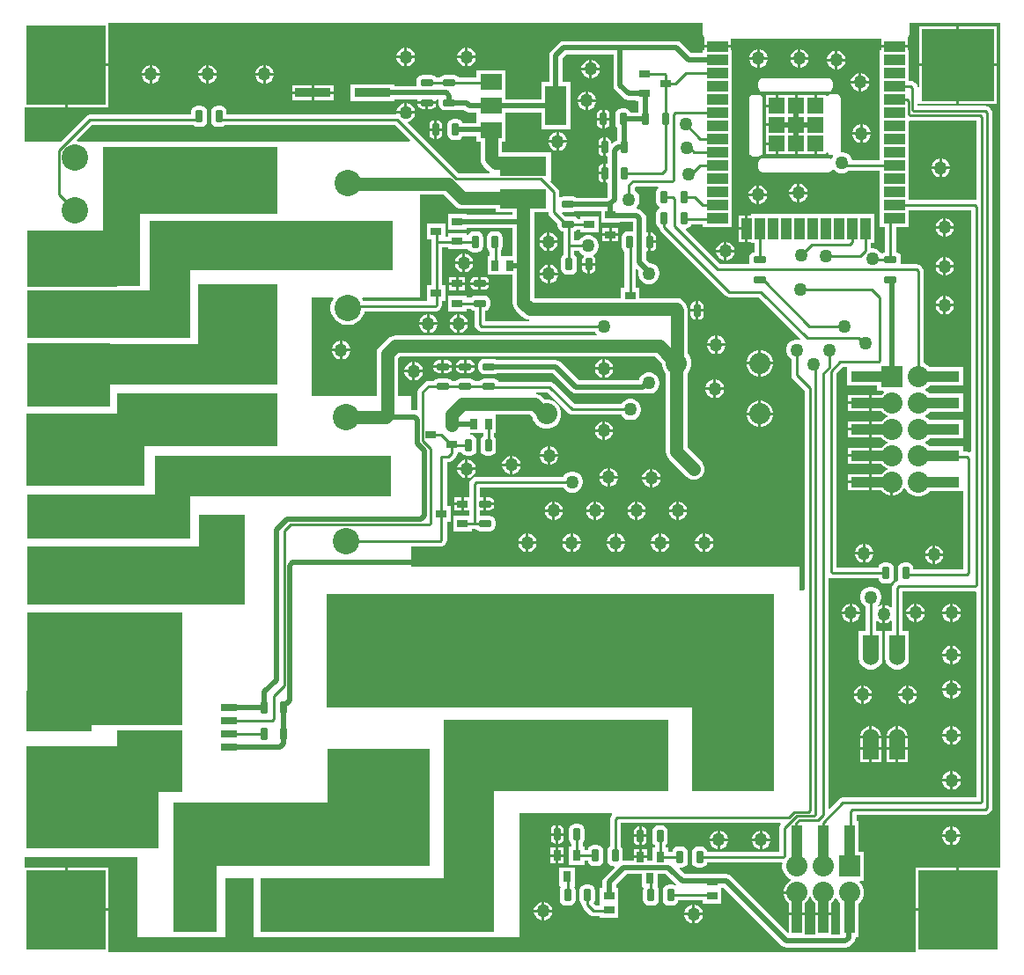
<source format=gtl>
G04*
G04 #@! TF.GenerationSoftware,Altium Limited,Altium Designer,21.0.8 (223)*
G04*
G04 Layer_Physical_Order=1*
G04 Layer_Color=255*
%FSLAX25Y25*%
%MOIN*%
G70*
G04*
G04 #@! TF.SameCoordinates,7AAE0E32-72D2-4A0B-9A69-79E54AD05685*
G04*
G04*
G04 #@! TF.FilePolarity,Positive*
G04*
G01*
G75*
%ADD11C,0.01000*%
%ADD19R,0.03900X0.08000*%
%ADD20R,0.08000X0.03900*%
%ADD21R,0.08000X0.04000*%
%ADD39R,0.06000X0.06000*%
%ADD42R,0.30000X0.30000*%
%ADD43R,0.27500X0.27500*%
%ADD44R,0.08000X0.08000*%
%ADD45C,0.08000*%
%ADD46C,0.06000*%
%ADD52R,0.03000X0.04000*%
%ADD53R,0.08000X0.15000*%
%ADD54R,0.08000X0.06000*%
%ADD55R,0.05910X0.03030*%
%ADD56R,0.17717X0.07480*%
G04:AMPARAMS|DCode=57|XSize=27.56mil|YSize=49.21mil|CornerRadius=6.89mil|HoleSize=0mil|Usage=FLASHONLY|Rotation=0.000|XOffset=0mil|YOffset=0mil|HoleType=Round|Shape=RoundedRectangle|*
%AMROUNDEDRECTD57*
21,1,0.02756,0.03543,0,0,0.0*
21,1,0.01378,0.04921,0,0,0.0*
1,1,0.01378,0.00689,-0.01772*
1,1,0.01378,-0.00689,-0.01772*
1,1,0.01378,-0.00689,0.01772*
1,1,0.01378,0.00689,0.01772*
%
%ADD57ROUNDEDRECTD57*%
%ADD58R,0.13583X0.03543*%
%ADD59R,0.04000X0.15000*%
%ADD60R,0.15000X0.04000*%
%ADD61R,0.06000X0.08000*%
G04:AMPARAMS|DCode=62|XSize=27.56mil|YSize=49.21mil|CornerRadius=6.89mil|HoleSize=0mil|Usage=FLASHONLY|Rotation=270.000|XOffset=0mil|YOffset=0mil|HoleType=Round|Shape=RoundedRectangle|*
%AMROUNDEDRECTD62*
21,1,0.02756,0.03543,0,0,270.0*
21,1,0.01378,0.04921,0,0,270.0*
1,1,0.01378,-0.01772,-0.00689*
1,1,0.01378,-0.01772,0.00689*
1,1,0.01378,0.01772,0.00689*
1,1,0.01378,0.01772,-0.00689*
%
%ADD62ROUNDEDRECTD62*%
%ADD63R,0.04000X0.02854*%
%ADD64R,0.04000X0.03000*%
%ADD65R,0.02854X0.04000*%
%ADD66C,0.02000*%
%ADD67C,0.05000*%
%ADD68R,0.89500X0.15500*%
%ADD69R,0.92000X0.19000*%
%ADD70R,0.17500X0.34000*%
%ADD71R,0.27000X0.22000*%
%ADD72R,0.50000X0.38500*%
%ADD73R,0.24500X0.15500*%
%ADD74R,0.11000X0.26000*%
%ADD75R,0.44500X0.27500*%
%ADD76R,0.59500X0.22000*%
%ADD77R,0.53500X0.17000*%
%ADD78R,0.31500X0.24000*%
%ADD79R,0.87500X0.15500*%
%ADD80R,0.34500X0.21500*%
%ADD81R,0.14000X0.47000*%
%ADD82R,0.59000X0.18000*%
%ADD83R,0.30000X0.38000*%
%ADD84R,0.15500X0.43000*%
%ADD85R,0.66000X0.25500*%
%ADD86R,0.61000X0.20000*%
%ADD87R,0.13500X0.31500*%
%ADD88R,0.59000X0.42500*%
%ADD89R,0.25000X0.23500*%
%ADD90C,0.10000*%
%ADD91R,0.09000X0.09000*%
%ADD92C,0.09000*%
%ADD93R,0.08000X0.08000*%
%ADD94R,0.10000X0.10000*%
%ADD95R,0.11811X0.11811*%
%ADD96C,0.11811*%
%ADD97C,0.05000*%
G36*
X370920Y33500D02*
X355500D01*
Y17500D01*
X355000D01*
Y17000D01*
X339000D01*
Y1580D01*
X33500D01*
Y17000D01*
X17500D01*
Y17500D01*
X17000D01*
Y33500D01*
X1580D01*
Y37500D01*
X44500D01*
Y7000D01*
X189000D01*
Y54000D01*
X223932D01*
X224139Y53500D01*
X223995Y53356D01*
X223553Y52695D01*
X223398Y51914D01*
Y41634D01*
X222973Y41350D01*
X222489Y40626D01*
X222319Y39772D01*
Y36228D01*
X222489Y35374D01*
X222973Y34650D01*
X223697Y34166D01*
X224551Y33996D01*
X224738D01*
X224930Y33535D01*
X221198Y29802D01*
X220645Y28975D01*
X220451Y28000D01*
Y25644D01*
X219500D01*
Y19039D01*
X217931D01*
X217132Y19837D01*
X217491Y20374D01*
X217661Y21228D01*
Y24772D01*
X217491Y25626D01*
X217007Y26350D01*
X216283Y26834D01*
X215429Y27003D01*
X214051D01*
X213197Y26834D01*
X212473Y26350D01*
X211989Y25626D01*
X211819Y24772D01*
Y21228D01*
X211989Y20374D01*
X212473Y19650D01*
X212701Y19498D01*
Y19346D01*
X212856Y18565D01*
X213298Y17904D01*
X215644Y15558D01*
X216305Y15116D01*
X217086Y14961D01*
X219500D01*
Y14356D01*
X226500D01*
Y19789D01*
Y25644D01*
X225549D01*
Y26944D01*
X229556Y30951D01*
X235500D01*
Y26000D01*
X235703D01*
X235984Y25500D01*
X235839Y24772D01*
Y21228D01*
X236009Y20374D01*
X236493Y19650D01*
X237217Y19166D01*
X238071Y18996D01*
X239449D01*
X240303Y19166D01*
X241027Y19650D01*
X241511Y20374D01*
X241681Y21228D01*
Y24772D01*
X241533Y25514D01*
X241500Y26000D01*
X241500Y26000D01*
X241500Y26000D01*
Y30951D01*
X244444D01*
X248317Y27079D01*
X247998Y26690D01*
X247783Y26834D01*
X246929Y27003D01*
X245551D01*
X244697Y26834D01*
X243973Y26350D01*
X243489Y25626D01*
X243319Y24772D01*
Y21228D01*
X243489Y20374D01*
X243973Y19650D01*
X244697Y19166D01*
X245551Y18996D01*
X246929D01*
X247783Y19166D01*
X248507Y19650D01*
X248991Y20374D01*
X249108Y20961D01*
X258500D01*
Y19856D01*
X265500D01*
Y25884D01*
X266383D01*
X288369Y3898D01*
X289196Y3345D01*
X290172Y3151D01*
X312471D01*
X313446Y3345D01*
X314273Y3898D01*
X315445Y5069D01*
X315997Y5896D01*
X316191Y6872D01*
Y7000D01*
X317500D01*
Y19722D01*
X318401Y20623D01*
X319125Y21877D01*
X319500Y23276D01*
Y24724D01*
X319125Y26123D01*
X318401Y27377D01*
X317778Y28000D01*
X317985Y28500D01*
X319500D01*
Y39500D01*
X317500D01*
Y51000D01*
X316539D01*
Y53461D01*
X365414D01*
X366195Y53616D01*
X366856Y54058D01*
X367442Y54644D01*
X367884Y55305D01*
X368039Y56086D01*
Y319414D01*
X367884Y320195D01*
X367442Y320856D01*
X366856Y321442D01*
X366195Y321884D01*
X365414Y322039D01*
X339791D01*
Y322651D01*
X340250Y322750D01*
X340291Y322750D01*
X354500D01*
Y337000D01*
X340250D01*
Y329170D01*
X339750Y329121D01*
X339636Y329695D01*
X339194Y330356D01*
X338608Y330942D01*
X337947Y331384D01*
X337166Y331539D01*
X336429D01*
Y336050D01*
Y342950D01*
X335929D01*
Y344000D01*
X325929D01*
Y342950D01*
X325429D01*
Y336050D01*
Y331050D01*
Y326050D01*
Y321000D01*
Y316050D01*
Y311050D01*
Y306050D01*
Y301539D01*
X314863D01*
X314727Y302044D01*
X314201Y302956D01*
X313456Y303701D01*
X312544Y304227D01*
X311527Y304500D01*
X310875D01*
X310558Y304887D01*
X310580Y305000D01*
Y325000D01*
X310460Y325605D01*
X310118Y326117D01*
X309605Y326460D01*
X309000Y326580D01*
X307000D01*
X306395Y326460D01*
X305883Y326117D01*
X305600Y325695D01*
X305165Y325752D01*
X305100Y325778D01*
Y326100D01*
X301600D01*
Y322100D01*
X300600D01*
Y326100D01*
X294300D01*
Y322100D01*
X293300D01*
Y326100D01*
X287000D01*
Y322100D01*
X286500D01*
Y321600D01*
X282500D01*
Y318100D01*
Y315400D01*
X286500D01*
Y314400D01*
X282500D01*
Y310900D01*
Y308200D01*
X286500D01*
Y307700D01*
X287000D01*
Y303700D01*
X293300D01*
Y307700D01*
X294300D01*
Y303700D01*
X300600D01*
Y307700D01*
X301600D01*
Y303700D01*
X305100D01*
Y304222D01*
X305165Y304248D01*
X305600Y304305D01*
X305883Y303883D01*
X306395Y303540D01*
X307000Y303420D01*
X307610D01*
X307708Y303181D01*
X307778Y302920D01*
X307302Y302095D01*
X307230Y302032D01*
X306713Y301888D01*
X306605Y301960D01*
X306000Y302080D01*
X281000D01*
X280395Y301960D01*
X279883Y301618D01*
X279540Y301105D01*
X279420Y300500D01*
Y298500D01*
X279540Y297895D01*
X279883Y297382D01*
X280395Y297040D01*
X281000Y296920D01*
X306000D01*
X306605Y297040D01*
X307118Y297382D01*
X307383Y297781D01*
X307429Y297810D01*
X307801Y297883D01*
X307966Y297877D01*
X308544Y297299D01*
X309456Y296773D01*
X310473Y296500D01*
X311527D01*
X312544Y296773D01*
X313456Y297299D01*
X313618Y297461D01*
X325429D01*
Y296050D01*
Y291050D01*
Y286129D01*
Y281050D01*
Y276050D01*
X327461D01*
Y266608D01*
X326874Y266491D01*
X326490Y266234D01*
X325836Y266368D01*
X325785Y266456D01*
X325040Y267201D01*
X324128Y267727D01*
X323111Y268000D01*
X322057D01*
X322039Y268014D01*
Y270063D01*
X323415D01*
Y281063D01*
X298415D01*
Y281100D01*
X291515D01*
Y281063D01*
X276515D01*
Y280563D01*
X275465D01*
Y275563D01*
Y270563D01*
X276515D01*
Y270063D01*
X277943D01*
Y266604D01*
X277374Y266491D01*
X276650Y266007D01*
X276166Y265283D01*
X275996Y264429D01*
Y263051D01*
X276098Y262539D01*
X275716Y262039D01*
X264845D01*
X251841Y275043D01*
X252067Y275524D01*
X252783Y275666D01*
X253507Y276150D01*
X253991Y276874D01*
X254008Y276961D01*
X258500D01*
Y276050D01*
X269500D01*
Y281050D01*
Y286050D01*
Y291050D01*
Y296050D01*
Y301050D01*
Y306050D01*
Y311050D01*
Y316050D01*
Y321050D01*
Y326050D01*
Y331050D01*
Y336050D01*
Y342950D01*
X269000D01*
Y344000D01*
X259000D01*
Y342950D01*
X258500D01*
Y342049D01*
X254056D01*
X250302Y345802D01*
X249476Y346355D01*
X248500Y346549D01*
X205679D01*
X204703Y346355D01*
X203876Y345802D01*
X200948Y342874D01*
X200395Y342046D01*
X200201Y341071D01*
Y331060D01*
X197250D01*
Y324549D01*
X183750D01*
Y326500D01*
X183750D01*
Y326560D01*
X183750D01*
Y335560D01*
X172750D01*
Y332779D01*
X166002D01*
X165850Y333007D01*
X165126Y333491D01*
X164272Y333661D01*
X160728D01*
X159874Y333491D01*
X159150Y333007D01*
X158998Y332779D01*
X157502D01*
X157350Y333007D01*
X156626Y333491D01*
X155772Y333661D01*
X152228D01*
X151374Y333491D01*
X150650Y333007D01*
X150166Y332283D01*
X149996Y331429D01*
Y330051D01*
X150020Y329936D01*
X149702Y329549D01*
X141512D01*
Y330272D01*
X124929D01*
Y323728D01*
X141512D01*
Y324451D01*
X150212D01*
X150529Y324064D01*
X150506Y323949D01*
Y323760D01*
X154000D01*
X157494D01*
Y323949D01*
X157484Y323995D01*
X157809Y324390D01*
X158182D01*
X158506Y323995D01*
X158496Y323949D01*
Y322571D01*
X158666Y321717D01*
X159150Y320993D01*
X159874Y320509D01*
X160728Y320339D01*
X164272D01*
X165126Y320509D01*
X165133Y320514D01*
X167944D01*
X168261Y320198D01*
X169088Y319645D01*
X170063Y319451D01*
X172750D01*
Y317500D01*
X172750D01*
Y317440D01*
X172750D01*
Y315549D01*
X167506D01*
X167491Y315626D01*
X167007Y316350D01*
X166283Y316834D01*
X165429Y317003D01*
X164051D01*
X163197Y316834D01*
X162473Y316350D01*
X161989Y315626D01*
X161819Y314772D01*
Y311228D01*
X161989Y310374D01*
X162473Y309650D01*
X163197Y309166D01*
X164051Y308997D01*
X165429D01*
X166283Y309166D01*
X167007Y309650D01*
X167491Y310374D01*
X167506Y310451D01*
X172750D01*
Y308440D01*
X174215D01*
Y302029D01*
X174215Y302029D01*
X174353Y300985D01*
X174756Y300012D01*
X175397Y299176D01*
X177086Y297487D01*
X177086Y297487D01*
X177853Y296899D01*
X177829Y296645D01*
X177715Y296399D01*
X165935D01*
X146769Y315565D01*
X146918Y316123D01*
X147351Y316238D01*
X148149Y316699D01*
X148801Y317351D01*
X149261Y318149D01*
X149489Y319000D01*
X142470D01*
X142291Y318767D01*
X78161D01*
Y319772D01*
X77991Y320626D01*
X77507Y321350D01*
X76783Y321834D01*
X75929Y322004D01*
X74551D01*
X73697Y321834D01*
X72973Y321350D01*
X72489Y320626D01*
X72319Y319772D01*
Y316228D01*
X72489Y315374D01*
X72973Y314650D01*
X73697Y314166D01*
X74551Y313997D01*
X75929D01*
X76783Y314166D01*
X77507Y314650D01*
X77533Y314689D01*
X141877D01*
X147604Y308962D01*
X147413Y308500D01*
X21652D01*
X21461Y308962D01*
X27188Y314689D01*
X65467D01*
X65493Y314650D01*
X66217Y314166D01*
X67071Y313997D01*
X68449D01*
X69303Y314166D01*
X70027Y314650D01*
X70511Y315374D01*
X70681Y316228D01*
Y319772D01*
X70511Y320626D01*
X70027Y321350D01*
X69303Y321834D01*
X68449Y322004D01*
X67071D01*
X66217Y321834D01*
X65493Y321350D01*
X65009Y320626D01*
X64839Y319772D01*
Y318767D01*
X26343D01*
X25563Y318612D01*
X24901Y318170D01*
X15231Y308500D01*
X1580D01*
Y321500D01*
X17000D01*
Y337500D01*
X17500D01*
Y338000D01*
X33500D01*
Y353420D01*
X258420D01*
Y349000D01*
X258540Y348395D01*
X258873Y347897D01*
X259000Y347450D01*
X259000Y347450D01*
X259000D01*
X259000Y347450D01*
Y345000D01*
X269000D01*
Y347420D01*
X325929Y347420D01*
Y345000D01*
X335929D01*
Y347450D01*
X335929Y347450D01*
X335929D01*
X336114Y347880D01*
X336118Y347883D01*
X336460Y348395D01*
X336580Y349000D01*
Y353420D01*
X370920D01*
Y33500D01*
D02*
G37*
G36*
X224540Y329910D02*
X224734Y328935D01*
X225287Y328108D01*
X228448Y324948D01*
X229275Y324395D01*
X230250Y324201D01*
X233000D01*
Y323750D01*
X234081D01*
Y319734D01*
X234009Y319626D01*
X233994Y319549D01*
X231006D01*
X230991Y319626D01*
X230507Y320350D01*
X229783Y320834D01*
X228929Y321004D01*
X227551D01*
X226697Y320834D01*
X225973Y320350D01*
X225489Y319626D01*
X225319Y318772D01*
Y315228D01*
X225489Y314374D01*
X225973Y313650D01*
X226160Y313526D01*
Y309381D01*
X225989Y309126D01*
X225952Y308940D01*
X225524Y308855D01*
X224698Y308302D01*
X224133Y307738D01*
X223671Y307929D01*
Y308272D01*
X223540Y308931D01*
X223166Y309489D01*
X222608Y309863D01*
X221949Y309994D01*
X221760D01*
Y306500D01*
Y303006D01*
X221949D01*
X222064Y303029D01*
X222451Y302712D01*
Y300288D01*
X222064Y299971D01*
X221949Y299994D01*
X221760D01*
Y296500D01*
Y293006D01*
X221949D01*
X222064Y293029D01*
X222451Y292712D01*
Y287556D01*
X222121Y287226D01*
X210522D01*
X210126Y287491D01*
X209272Y287661D01*
X205728D01*
X204874Y287491D01*
X204573Y287290D01*
X204074Y287557D01*
Y289378D01*
X203918Y290159D01*
X203476Y290820D01*
X200735Y293562D01*
X200858Y293860D01*
X200858D01*
Y304340D01*
X189522D01*
X189260Y304375D01*
X189260Y304375D01*
X182284D01*
Y308440D01*
X183750D01*
Y317440D01*
X183750D01*
Y317500D01*
X183750D01*
Y319451D01*
X197250D01*
Y313060D01*
X208250D01*
Y331060D01*
X205299D01*
Y340015D01*
X206735Y341451D01*
X224540D01*
Y329910D01*
D02*
G37*
G36*
X336838Y316461D02*
X361961D01*
Y286824D01*
X361574Y286507D01*
X361414Y286539D01*
X336429D01*
Y291050D01*
Y296050D01*
Y301050D01*
Y306050D01*
Y311050D01*
Y316032D01*
X336438Y316155D01*
X336816Y316465D01*
X336838Y316461D01*
D02*
G37*
G36*
X220000Y277750D02*
X227000D01*
Y277951D01*
X231951D01*
Y274798D01*
X231564Y274481D01*
X231449Y274503D01*
X230071D01*
X229217Y274334D01*
X228493Y273850D01*
X228009Y273126D01*
X227839Y272272D01*
Y268728D01*
X228009Y267874D01*
X228493Y267150D01*
X228841Y266918D01*
Y253144D01*
X227500D01*
Y249101D01*
X194535D01*
Y261500D01*
Y278000D01*
Y281660D01*
X199995D01*
Y281643D01*
X200150Y280862D01*
X200592Y280201D01*
X203497Y277297D01*
Y276571D01*
X203666Y275717D01*
X204150Y274993D01*
X204874Y274509D01*
X205559Y274373D01*
Y269000D01*
Y265394D01*
X205493Y265350D01*
X205009Y264626D01*
X204839Y263772D01*
Y260228D01*
X205009Y259374D01*
X205493Y258650D01*
X206217Y258166D01*
X207071Y257997D01*
X208449D01*
X209303Y258166D01*
X210027Y258650D01*
X210511Y259374D01*
X210681Y260228D01*
Y263772D01*
X210511Y264626D01*
X210027Y265350D01*
X209638Y265610D01*
Y266961D01*
X211559D01*
X211799Y266544D01*
X212544Y265799D01*
X213135Y265458D01*
X213180Y265351D01*
X213231Y264836D01*
X212960Y264431D01*
X212829Y263772D01*
Y262500D01*
X215240D01*
X217651D01*
Y263772D01*
X217520Y264431D01*
X217147Y264989D01*
X217034Y265065D01*
X217050Y265565D01*
X217456Y265799D01*
X218201Y266544D01*
X218727Y267456D01*
X219000Y268473D01*
Y269527D01*
X218727Y270544D01*
X218201Y271456D01*
X217456Y272201D01*
X216544Y272727D01*
X215527Y273000D01*
X214473D01*
X213456Y272727D01*
X212544Y272201D01*
X211799Y271456D01*
X211559Y271039D01*
X209638D01*
Y274412D01*
X210126Y274509D01*
X210802Y274961D01*
X212000D01*
Y274000D01*
X219000D01*
Y280000D01*
X212000D01*
Y279039D01*
X211176D01*
X210850Y279527D01*
X210126Y280011D01*
X209272Y280181D01*
X206380D01*
X205133Y281428D01*
X205379Y281889D01*
X205728Y281819D01*
X209272D01*
X210126Y281989D01*
X210334Y282128D01*
X220000D01*
Y277750D01*
D02*
G37*
G36*
X164647Y284147D02*
X164647Y284147D01*
X165483Y283506D01*
X166456Y283103D01*
X167500Y282965D01*
X180142D01*
Y281660D01*
X186466D01*
Y280799D01*
X169000D01*
Y281250D01*
X162000D01*
Y275250D01*
X169000D01*
Y275701D01*
X186466D01*
Y265000D01*
X181901D01*
Y267079D01*
X182007Y267150D01*
X182491Y267874D01*
X182661Y268728D01*
Y272272D01*
X182491Y273126D01*
X182007Y273850D01*
X181283Y274334D01*
X180429Y274503D01*
X179051D01*
X178197Y274334D01*
X177473Y273850D01*
X176989Y273126D01*
X176819Y272272D01*
Y268728D01*
X176989Y267874D01*
X177473Y267150D01*
X177823Y266917D01*
Y265000D01*
X176856D01*
Y258000D01*
X186466D01*
Y247429D01*
X186466Y247429D01*
X186603Y246385D01*
X187006Y245412D01*
X187647Y244576D01*
X190009Y242214D01*
X190845Y241573D01*
X191818Y241170D01*
X192810Y241039D01*
X192777Y240539D01*
X176039D01*
Y244392D01*
X176626Y244509D01*
X177350Y244993D01*
X177834Y245717D01*
X178004Y246571D01*
Y247949D01*
X177834Y248803D01*
X177350Y249527D01*
X176626Y250011D01*
X175772Y250181D01*
X172228D01*
X171374Y250011D01*
X170650Y249527D01*
X170498Y249299D01*
X169000D01*
Y250250D01*
X162000D01*
Y244250D01*
X169000D01*
Y245221D01*
X170498D01*
X170650Y244993D01*
X171374Y244509D01*
X171961Y244392D01*
Y239086D01*
X172116Y238305D01*
X172558Y237644D01*
X173144Y237058D01*
X173805Y236616D01*
X174586Y236461D01*
X217559D01*
X217799Y236044D01*
X218309Y235535D01*
X218102Y235034D01*
X141929D01*
X141929Y235034D01*
X140885Y234897D01*
X139912Y234494D01*
X139076Y233853D01*
X139076Y233853D01*
X136147Y230924D01*
X135506Y230088D01*
X135103Y229115D01*
X134966Y228071D01*
X134966Y228071D01*
Y212000D01*
X110500D01*
Y249500D01*
X118325D01*
X118561Y249059D01*
X118240Y248579D01*
X117750Y247396D01*
X117500Y246140D01*
Y244860D01*
X117750Y243604D01*
X118240Y242421D01*
X118951Y241356D01*
X119857Y240451D01*
X120921Y239740D01*
X122104Y239250D01*
X123360Y239000D01*
X124640D01*
X125896Y239250D01*
X127079Y239740D01*
X128144Y240451D01*
X129049Y241356D01*
X129760Y242421D01*
X130250Y243604D01*
X130321Y243961D01*
X157014D01*
X157795Y244116D01*
X158456Y244558D01*
X159042Y245144D01*
X159484Y245805D01*
X159639Y246586D01*
Y248000D01*
X161000D01*
Y254000D01*
X159639D01*
Y268461D01*
X162000D01*
Y267750D01*
X169000D01*
Y267870D01*
X169500Y267919D01*
X169509Y267874D01*
X169993Y267150D01*
X170717Y266666D01*
X171571Y266496D01*
X172949D01*
X173803Y266666D01*
X174527Y267150D01*
X175011Y267874D01*
X175181Y268728D01*
Y272272D01*
X175011Y273126D01*
X174527Y273850D01*
X173803Y274334D01*
X172949Y274503D01*
X171571D01*
X170717Y274334D01*
X169993Y273850D01*
X169509Y273126D01*
X169500Y273081D01*
X169000Y273130D01*
Y273750D01*
X162000D01*
Y272539D01*
X161000D01*
Y277500D01*
X154000D01*
Y271500D01*
X155561D01*
Y270000D01*
Y254000D01*
X154000D01*
Y248039D01*
X129984D01*
X129760Y248579D01*
X129439Y249059D01*
X129675Y249500D01*
X151500D01*
Y288465D01*
X160329D01*
X164647Y284147D01*
D02*
G37*
G36*
X241659Y290961D02*
X241493Y290850D01*
X241009Y290126D01*
X240839Y289272D01*
Y285728D01*
X241009Y284874D01*
X241493Y284150D01*
X242050Y283778D01*
X242057Y283758D01*
Y283242D01*
X242050Y283222D01*
X241493Y282850D01*
X241009Y282126D01*
X240839Y281272D01*
Y277728D01*
X241009Y276874D01*
X241493Y276150D01*
X241787Y275954D01*
X241908Y275345D01*
X242350Y274683D01*
X266975Y250058D01*
X266975Y250058D01*
X267637Y249616D01*
X268417Y249461D01*
X268417Y249461D01*
X279655D01*
X295308Y233808D01*
X295049Y233360D01*
X294527Y233500D01*
X293473D01*
X292456Y233227D01*
X291544Y232701D01*
X290799Y231956D01*
X290273Y231044D01*
X290000Y230027D01*
Y228973D01*
X290273Y227956D01*
X290799Y227044D01*
X291544Y226299D01*
X291961Y226059D01*
Y220015D01*
X292116Y219234D01*
X292558Y218573D01*
X296961Y214170D01*
Y138778D01*
X296461Y138489D01*
X296000Y138580D01*
X295000D01*
Y147515D01*
X285835Y147514D01*
X285500Y147580D01*
X148000D01*
Y154961D01*
X158914D01*
X159695Y155116D01*
X160356Y155558D01*
X160942Y156144D01*
X161384Y156805D01*
X161539Y157586D01*
Y164500D01*
X163000D01*
Y170500D01*
X161539D01*
Y186961D01*
X162000D01*
X162780Y187116D01*
X163442Y187558D01*
X164942Y189058D01*
X165384Y189720D01*
X165539Y190500D01*
Y190750D01*
X167000D01*
X167334Y190388D01*
X167493Y190150D01*
X168217Y189666D01*
X169071Y189497D01*
X170449D01*
X171303Y189666D01*
X172027Y190150D01*
X172511Y190874D01*
X172681Y191728D01*
Y195272D01*
X172511Y196126D01*
X172027Y196850D01*
X171303Y197334D01*
X170449Y197503D01*
X170457Y198000D01*
X175189D01*
Y196994D01*
X174973Y196850D01*
X174489Y196126D01*
X174319Y195272D01*
Y191728D01*
X174489Y190874D01*
X174973Y190150D01*
X175697Y189666D01*
X176551Y189497D01*
X177929D01*
X178783Y189666D01*
X179507Y190150D01*
X179991Y190874D01*
X180161Y191728D01*
Y195272D01*
X179991Y196126D01*
X179507Y196850D01*
X179268Y197010D01*
Y198000D01*
X180144D01*
Y204965D01*
X193092D01*
X193899Y204159D01*
X194166Y203161D01*
X194890Y201906D01*
X195914Y200882D01*
X197168Y200158D01*
X198567Y199784D01*
X200015D01*
X201414Y200158D01*
X202668Y200882D01*
X203692Y201906D01*
X204416Y203161D01*
X204791Y204559D01*
Y206008D01*
X204416Y207406D01*
X203692Y208661D01*
X202668Y209685D01*
X201414Y210409D01*
X200015Y210784D01*
X198685D01*
X197616Y211853D01*
X196780Y212494D01*
X195807Y212897D01*
X195323Y212961D01*
X195356Y213461D01*
X199655D01*
X207558Y205558D01*
X207558Y205558D01*
X208220Y205116D01*
X209000Y204961D01*
X209000Y204961D01*
X227558D01*
X227799Y204544D01*
X228544Y203799D01*
X229456Y203273D01*
X230473Y203000D01*
X231527D01*
X232544Y203273D01*
X233456Y203799D01*
X234201Y204544D01*
X234727Y205456D01*
X235000Y206473D01*
Y207527D01*
X234727Y208544D01*
X234201Y209456D01*
X233456Y210201D01*
X232544Y210727D01*
X231527Y211000D01*
X230473D01*
X229456Y210727D01*
X228544Y210201D01*
X227799Y209456D01*
X227558Y209039D01*
X209845D01*
X201942Y216942D01*
X201280Y217384D01*
X200500Y217539D01*
X181176D01*
X180850Y218027D01*
X180126Y218511D01*
X179272Y218681D01*
X175728D01*
X174874Y218511D01*
X174150Y218027D01*
X173998Y217799D01*
X172002D01*
X171850Y218027D01*
X171126Y218511D01*
X170272Y218681D01*
X166728D01*
X165874Y218511D01*
X165150Y218027D01*
X164998Y217799D01*
X163502D01*
X163350Y218027D01*
X162626Y218511D01*
X161772Y218681D01*
X158228D01*
X157374Y218511D01*
X156650Y218027D01*
X156498Y217799D01*
X154586D01*
X153805Y217644D01*
X153144Y217202D01*
X151058Y215116D01*
X150616Y214454D01*
X150461Y213674D01*
Y207046D01*
X149961Y206663D01*
X149328Y206789D01*
X148000D01*
Y212000D01*
X143035D01*
Y226400D01*
X143600Y226965D01*
X240408D01*
X243004Y224369D01*
Y223851D01*
X243379Y222452D01*
X244103Y221198D01*
X244469Y220831D01*
Y190996D01*
X244469Y190996D01*
X244607Y189952D01*
X245010Y188979D01*
X245651Y188143D01*
X252147Y181647D01*
X252357Y181486D01*
X252544Y181299D01*
X252773Y181167D01*
X252983Y181006D01*
X253227Y180905D01*
X253456Y180773D01*
X253712Y180704D01*
X253956Y180603D01*
X254218Y180568D01*
X254473Y180500D01*
X254738D01*
X255000Y180465D01*
X255262Y180500D01*
X255527D01*
X255782Y180568D01*
X256044Y180603D01*
X256289Y180704D01*
X256544Y180773D01*
X256773Y180905D01*
X257017Y181006D01*
X257227Y181167D01*
X257456Y181299D01*
X257643Y181486D01*
X257853Y181647D01*
X258014Y181857D01*
X258201Y182044D01*
X258333Y182273D01*
X258494Y182483D01*
X258595Y182727D01*
X258727Y182956D01*
X258796Y183211D01*
X258897Y183456D01*
X258932Y183718D01*
X259000Y183973D01*
Y184238D01*
X259034Y184500D01*
X259000Y184762D01*
Y185027D01*
X258932Y185282D01*
X258897Y185544D01*
X258796Y185789D01*
X258727Y186044D01*
X258595Y186273D01*
X258494Y186517D01*
X258333Y186727D01*
X258201Y186956D01*
X258014Y187143D01*
X257853Y187353D01*
X252538Y192667D01*
Y220831D01*
X252905Y221198D01*
X253629Y222452D01*
X254004Y223851D01*
Y225299D01*
X253629Y226698D01*
X252905Y227952D01*
X252597Y228259D01*
Y244500D01*
X252529Y245023D01*
X252535Y245067D01*
X252397Y246111D01*
X251994Y247084D01*
X251353Y247920D01*
X250517Y248561D01*
X249544Y248964D01*
X248500Y249101D01*
X234500D01*
Y253144D01*
X232919D01*
Y260101D01*
X233381Y260292D01*
X234137Y259537D01*
X234000Y259027D01*
Y257973D01*
X234273Y256956D01*
X234799Y256044D01*
X235544Y255299D01*
X236456Y254773D01*
X237473Y254500D01*
X238527D01*
X239544Y254773D01*
X240456Y255299D01*
X241201Y256044D01*
X241727Y256956D01*
X242000Y257973D01*
Y259027D01*
X241727Y260044D01*
X241201Y260956D01*
X240456Y261701D01*
X239544Y262227D01*
X238527Y262500D01*
X238383D01*
X237049Y263834D01*
Y266712D01*
X237436Y267029D01*
X237551Y267006D01*
X237740D01*
Y270500D01*
Y273994D01*
X237551D01*
X237436Y273971D01*
X237049Y274288D01*
Y279328D01*
X236855Y280304D01*
X236302Y281131D01*
X235131Y282302D01*
X234304Y282855D01*
X233399Y283035D01*
X233283Y283235D01*
X233206Y283549D01*
X233701Y284044D01*
X234227Y284956D01*
X234500Y285973D01*
Y287027D01*
X234227Y288044D01*
X233701Y288956D01*
X232956Y289701D01*
X232539Y289942D01*
Y291155D01*
X232845Y291461D01*
X241507D01*
X241659Y290961D01*
D02*
G37*
G36*
X359961Y190973D02*
X359461Y190706D01*
X359195Y190884D01*
X358414Y191039D01*
X357000D01*
Y193000D01*
X344278D01*
X343377Y193901D01*
X342773Y194250D01*
Y194750D01*
X343377Y195099D01*
X344278Y196000D01*
X357000D01*
Y203000D01*
X344278D01*
X343377Y203901D01*
X342773Y204250D01*
Y204750D01*
X343377Y205099D01*
X344278Y206000D01*
X357000D01*
Y213000D01*
X344278D01*
X343377Y213901D01*
X342773Y214250D01*
Y214750D01*
X343377Y215099D01*
X344278Y216000D01*
X357000D01*
Y223000D01*
X344278D01*
X343377Y223901D01*
X342123Y224625D01*
X342039Y224648D01*
Y259414D01*
X341884Y260195D01*
X341442Y260856D01*
X340856Y261442D01*
X340195Y261884D01*
X339414Y262039D01*
X333784D01*
X333402Y262539D01*
X333504Y263051D01*
Y264429D01*
X333334Y265283D01*
X332850Y266007D01*
X332126Y266491D01*
X331539Y266608D01*
Y276050D01*
X336429D01*
Y281050D01*
Y282461D01*
X359961D01*
Y190973D01*
D02*
G37*
G36*
X313000Y216000D02*
X324500D01*
Y214000D01*
X326828D01*
X326929Y213626D01*
X326929Y213500D01*
X325999Y212570D01*
X325959Y212500D01*
X322500D01*
Y209500D01*
Y206500D01*
X325959D01*
X325999Y206430D01*
X326930Y205499D01*
X328070Y204841D01*
X328409Y204750D01*
Y204250D01*
X328070Y204159D01*
X326930Y203501D01*
X325999Y202570D01*
X325959Y202500D01*
X322500D01*
Y199500D01*
Y196500D01*
X325959D01*
X325999Y196430D01*
X326930Y195499D01*
X328070Y194841D01*
X328409Y194750D01*
Y194250D01*
X328070Y194159D01*
X326930Y193501D01*
X325999Y192570D01*
X325959Y192500D01*
X322500D01*
Y189500D01*
Y186500D01*
X325959D01*
X325999Y186430D01*
X326930Y185499D01*
X328070Y184841D01*
X328409Y184750D01*
Y184250D01*
X328070Y184159D01*
X326930Y183501D01*
X325999Y182570D01*
X325959Y182500D01*
X322500D01*
Y179500D01*
Y176500D01*
X325959D01*
X325999Y176430D01*
X326930Y175499D01*
X328070Y174841D01*
X329342Y174500D01*
X329500D01*
Y179500D01*
X330500D01*
Y174500D01*
X330658D01*
X331930Y174841D01*
X333070Y175499D01*
X334001Y176430D01*
X334435Y177181D01*
X335000Y177160D01*
X335599Y176123D01*
X336623Y175099D01*
X337877Y174375D01*
X339276Y174000D01*
X340724D01*
X342123Y174375D01*
X343377Y175099D01*
X344278Y176000D01*
X356961D01*
Y146539D01*
X338161D01*
Y146772D01*
X337991Y147626D01*
X337507Y148350D01*
X336783Y148834D01*
X335929Y149004D01*
X334551D01*
X333697Y148834D01*
X332973Y148350D01*
X332489Y147626D01*
X332319Y146772D01*
Y143228D01*
X332459Y142524D01*
X332256Y142071D01*
X332167Y141956D01*
X331805Y141884D01*
X331144Y141442D01*
X330558Y140856D01*
X330116Y140195D01*
X329961Y139414D01*
Y132196D01*
X329461Y131989D01*
X329149Y132301D01*
X328351Y132762D01*
X327500Y132990D01*
Y129500D01*
Y126011D01*
X328351Y126239D01*
X329149Y126699D01*
X329461Y127011D01*
X329961Y126804D01*
Y123000D01*
X327500D01*
Y113592D01*
Y112000D01*
X327609D01*
X327807Y111263D01*
X328399Y110237D01*
X329237Y109399D01*
X330263Y108807D01*
X331408Y108500D01*
X332592D01*
X333737Y108807D01*
X334763Y109399D01*
X335601Y110237D01*
X336193Y111263D01*
X336391Y112000D01*
X336500D01*
Y123000D01*
X334039D01*
Y137961D01*
X361414D01*
X361574Y137993D01*
X361961Y137675D01*
Y60039D01*
X311500D01*
X310720Y59884D01*
X310058Y59442D01*
X306368Y55752D01*
X305907Y55944D01*
Y143115D01*
X306406Y143383D01*
X306805Y143116D01*
X307586Y142961D01*
X324892D01*
X325009Y142374D01*
X325493Y141650D01*
X326217Y141166D01*
X327071Y140997D01*
X328449D01*
X329303Y141166D01*
X330027Y141650D01*
X330511Y142374D01*
X330681Y143228D01*
Y146772D01*
X330511Y147626D01*
X330027Y148350D01*
X329303Y148834D01*
X328449Y149004D01*
X327071D01*
X326217Y148834D01*
X325493Y148350D01*
X325009Y147626D01*
X324892Y147039D01*
X309039D01*
Y220655D01*
X311345Y222961D01*
X313000D01*
Y216000D01*
D02*
G37*
G36*
X285500Y137000D02*
X285500Y62500D01*
X254500Y62500D01*
X254500Y94000D01*
X116000D01*
X116000Y137000D01*
X285500Y137000D01*
D02*
G37*
G36*
X287994Y49961D02*
X287616Y49395D01*
X287461Y48614D01*
Y39539D01*
X260108D01*
X259991Y40126D01*
X259507Y40850D01*
X258783Y41334D01*
X257929Y41504D01*
X256551D01*
X255697Y41334D01*
X254973Y40850D01*
X254489Y40126D01*
X254319Y39272D01*
Y35728D01*
X254489Y34874D01*
X254973Y34150D01*
X255697Y33666D01*
X256551Y33496D01*
X257929D01*
X258783Y33666D01*
X259507Y34150D01*
X259991Y34874D01*
X260108Y35461D01*
X288287D01*
X288591Y35064D01*
X288500Y34724D01*
Y33276D01*
X288875Y31877D01*
X289599Y30623D01*
X290623Y29599D01*
X291660Y29000D01*
X291681Y28435D01*
X290930Y28001D01*
X289999Y27070D01*
X289341Y25930D01*
X289000Y24658D01*
Y24500D01*
X294000D01*
Y23500D01*
X289000D01*
Y23342D01*
X289341Y22070D01*
X289999Y20930D01*
X290930Y19999D01*
X291000Y19959D01*
Y16500D01*
X294000D01*
X297000D01*
Y19959D01*
X297070Y19999D01*
X298001Y20930D01*
X298659Y22070D01*
X298750Y22409D01*
X299250D01*
X299341Y22070D01*
X299999Y20930D01*
X300930Y19999D01*
X301000Y19959D01*
Y16500D01*
X304000D01*
X307000D01*
Y19959D01*
X307070Y19999D01*
X308001Y20930D01*
X308435Y21681D01*
X309000Y21660D01*
X309599Y20623D01*
X310500Y19722D01*
Y8249D01*
X307000D01*
Y15500D01*
X304000D01*
X301000D01*
Y8249D01*
X297000D01*
Y15500D01*
X294000D01*
X291000D01*
Y9130D01*
X290538Y8938D01*
X269241Y30236D01*
X268414Y30788D01*
X267438Y30982D01*
X265500D01*
Y31144D01*
X258500D01*
Y30982D01*
X251623D01*
X249570Y33035D01*
X249762Y33496D01*
X250449D01*
X251303Y33666D01*
X252027Y34150D01*
X252511Y34874D01*
X252681Y35728D01*
Y39272D01*
X252511Y40126D01*
X252027Y40850D01*
X251303Y41334D01*
X250449Y41504D01*
X249071D01*
X248217Y41334D01*
X247493Y40850D01*
X247009Y40126D01*
X246892Y39539D01*
X245250D01*
Y41000D01*
X244279D01*
Y41998D01*
X244507Y42150D01*
X244991Y42874D01*
X245161Y43728D01*
Y47272D01*
X244991Y48126D01*
X244507Y48850D01*
X243783Y49334D01*
X242929Y49503D01*
X241551D01*
X240697Y49334D01*
X239973Y48850D01*
X239489Y48126D01*
X239319Y47272D01*
Y43728D01*
X239489Y42874D01*
X239973Y42150D01*
X240201Y41998D01*
Y41000D01*
X239250D01*
Y36049D01*
X237250D01*
Y37000D01*
X232250D01*
Y36049D01*
X228635D01*
X228445Y36121D01*
X228161Y36491D01*
Y39772D01*
X227991Y40626D01*
X227507Y41350D01*
X227476Y41371D01*
Y50461D01*
X287832D01*
X287994Y49961D01*
D02*
G37*
G36*
X245500Y62500D02*
X179500D01*
Y9000D01*
X91000D01*
Y29500D01*
X160500D01*
Y89500D01*
X245500D01*
Y62500D01*
D02*
G37*
G36*
X155000Y34000D02*
X74500D01*
Y9000D01*
X58000D01*
Y58000D01*
X116500D01*
Y78500D01*
X155000D01*
Y34000D01*
D02*
G37*
%LPC*%
G36*
X169500Y343989D02*
Y341000D01*
X172490D01*
X172262Y341851D01*
X171801Y342649D01*
X171149Y343301D01*
X170351Y343761D01*
X169500Y343989D01*
D02*
G37*
G36*
X168500D02*
X167649Y343761D01*
X166851Y343301D01*
X166199Y342649D01*
X165738Y341851D01*
X165510Y341000D01*
X168500D01*
Y343989D01*
D02*
G37*
G36*
X146500D02*
Y341000D01*
X149489D01*
X149261Y341851D01*
X148801Y342649D01*
X148149Y343301D01*
X147351Y343761D01*
X146500Y343989D01*
D02*
G37*
G36*
X145500D02*
X144649Y343761D01*
X143851Y343301D01*
X143199Y342649D01*
X142738Y341851D01*
X142510Y341000D01*
X145500D01*
Y343989D01*
D02*
G37*
G36*
X295500Y343490D02*
Y340500D01*
X298489D01*
X298261Y341351D01*
X297801Y342149D01*
X297149Y342801D01*
X296351Y343262D01*
X295500Y343490D01*
D02*
G37*
G36*
X294500D02*
X293649Y343262D01*
X292851Y342801D01*
X292199Y342149D01*
X291739Y341351D01*
X291511Y340500D01*
X294500D01*
Y343490D01*
D02*
G37*
G36*
X280000D02*
Y340500D01*
X282990D01*
X282762Y341351D01*
X282301Y342149D01*
X281649Y342801D01*
X280851Y343262D01*
X280000Y343490D01*
D02*
G37*
G36*
X279000D02*
X278149Y343262D01*
X277351Y342801D01*
X276699Y342149D01*
X276238Y341351D01*
X276010Y340500D01*
X279000D01*
Y343490D01*
D02*
G37*
G36*
X309445Y342926D02*
Y339936D01*
X312435D01*
X312207Y340787D01*
X311746Y341585D01*
X311094Y342237D01*
X310296Y342698D01*
X309445Y342926D01*
D02*
G37*
G36*
X308445D02*
X307594Y342698D01*
X306796Y342237D01*
X306144Y341585D01*
X305683Y340787D01*
X305455Y339936D01*
X308445D01*
Y342926D01*
D02*
G37*
G36*
X369750Y352250D02*
X355500D01*
Y338000D01*
X369750D01*
Y352250D01*
D02*
G37*
G36*
X354500D02*
X340250D01*
Y338000D01*
X354500D01*
Y352250D01*
D02*
G37*
G36*
X172490Y340000D02*
X169500D01*
Y337011D01*
X170351Y337239D01*
X171149Y337699D01*
X171801Y338351D01*
X172262Y339149D01*
X172490Y340000D01*
D02*
G37*
G36*
X168500D02*
X165510D01*
X165738Y339149D01*
X166199Y338351D01*
X166851Y337699D01*
X167649Y337239D01*
X168500Y337011D01*
Y340000D01*
D02*
G37*
G36*
X149489D02*
X146500D01*
Y337011D01*
X147351Y337239D01*
X148149Y337699D01*
X148801Y338351D01*
X149261Y339149D01*
X149489Y340000D01*
D02*
G37*
G36*
X145500D02*
X142510D01*
X142738Y339149D01*
X143199Y338351D01*
X143851Y337699D01*
X144649Y337239D01*
X145500Y337011D01*
Y340000D01*
D02*
G37*
G36*
X298489Y339500D02*
X295500D01*
Y336510D01*
X296351Y336738D01*
X297149Y337199D01*
X297801Y337851D01*
X298261Y338649D01*
X298489Y339500D01*
D02*
G37*
G36*
X294500D02*
X291511D01*
X291739Y338649D01*
X292199Y337851D01*
X292851Y337199D01*
X293649Y336738D01*
X294500Y336510D01*
Y339500D01*
D02*
G37*
G36*
X282990D02*
X280000D01*
Y336510D01*
X280851Y336738D01*
X281649Y337199D01*
X282301Y337851D01*
X282762Y338649D01*
X282990Y339500D01*
D02*
G37*
G36*
X279000D02*
X276010D01*
X276238Y338649D01*
X276699Y337851D01*
X277351Y337199D01*
X278149Y336738D01*
X279000Y336510D01*
Y339500D01*
D02*
G37*
G36*
X312435Y338936D02*
X309445D01*
Y335947D01*
X310296Y336175D01*
X311094Y336635D01*
X311746Y337287D01*
X312207Y338085D01*
X312435Y338936D01*
D02*
G37*
G36*
X308445D02*
X305455D01*
X305683Y338085D01*
X306144Y337287D01*
X306796Y336635D01*
X307594Y336175D01*
X308445Y335947D01*
Y338936D01*
D02*
G37*
G36*
X93000Y337490D02*
Y334500D01*
X95990D01*
X95762Y335351D01*
X95301Y336149D01*
X94649Y336801D01*
X93851Y337262D01*
X93000Y337490D01*
D02*
G37*
G36*
X92000D02*
X91149Y337262D01*
X90351Y336801D01*
X89699Y336149D01*
X89239Y335351D01*
X89011Y334500D01*
X92000D01*
Y337490D01*
D02*
G37*
G36*
X71500D02*
Y334500D01*
X74489D01*
X74261Y335351D01*
X73801Y336149D01*
X73149Y336801D01*
X72351Y337262D01*
X71500Y337490D01*
D02*
G37*
G36*
X70500D02*
X69649Y337262D01*
X68851Y336801D01*
X68199Y336149D01*
X67738Y335351D01*
X67510Y334500D01*
X70500D01*
Y337490D01*
D02*
G37*
G36*
X50000D02*
Y334500D01*
X52990D01*
X52762Y335351D01*
X52301Y336149D01*
X51649Y336801D01*
X50851Y337262D01*
X50000Y337490D01*
D02*
G37*
G36*
X49000D02*
X48149Y337262D01*
X47351Y336801D01*
X46699Y336149D01*
X46238Y335351D01*
X46011Y334500D01*
X49000D01*
Y337490D01*
D02*
G37*
G36*
X318500Y334489D02*
Y331500D01*
X321490D01*
X321262Y332351D01*
X320801Y333149D01*
X320149Y333801D01*
X319351Y334261D01*
X318500Y334489D01*
D02*
G37*
G36*
X317500D02*
X316649Y334261D01*
X315851Y333801D01*
X315199Y333149D01*
X314738Y332351D01*
X314510Y331500D01*
X317500D01*
Y334489D01*
D02*
G37*
G36*
X95990Y333500D02*
X93000D01*
Y330510D01*
X93851Y330738D01*
X94649Y331199D01*
X95301Y331851D01*
X95762Y332649D01*
X95990Y333500D01*
D02*
G37*
G36*
X92000D02*
X89011D01*
X89239Y332649D01*
X89699Y331851D01*
X90351Y331199D01*
X91149Y330738D01*
X92000Y330510D01*
Y333500D01*
D02*
G37*
G36*
X74489D02*
X71500D01*
Y330510D01*
X72351Y330738D01*
X73149Y331199D01*
X73801Y331851D01*
X74261Y332649D01*
X74489Y333500D01*
D02*
G37*
G36*
X70500D02*
X67510D01*
X67738Y332649D01*
X68199Y331851D01*
X68851Y331199D01*
X69649Y330738D01*
X70500Y330510D01*
Y333500D01*
D02*
G37*
G36*
X52990D02*
X50000D01*
Y330510D01*
X50851Y330738D01*
X51649Y331199D01*
X52301Y331851D01*
X52762Y332649D01*
X52990Y333500D01*
D02*
G37*
G36*
X49000D02*
X46011D01*
X46238Y332649D01*
X46699Y331851D01*
X47351Y331199D01*
X48149Y330738D01*
X49000Y330510D01*
Y333500D01*
D02*
G37*
G36*
X321490Y330500D02*
X318500D01*
Y327510D01*
X319351Y327738D01*
X320149Y328199D01*
X320801Y328851D01*
X321262Y329649D01*
X321490Y330500D01*
D02*
G37*
G36*
X317500D02*
X314510D01*
X314738Y329649D01*
X315199Y328851D01*
X315851Y328199D01*
X316649Y327738D01*
X317500Y327510D01*
Y330500D01*
D02*
G37*
G36*
X118571Y329772D02*
X111279D01*
Y327500D01*
X118571D01*
Y329772D01*
D02*
G37*
G36*
X110280D02*
X102988D01*
Y327500D01*
X110280D01*
Y329772D01*
D02*
G37*
G36*
X306000Y332580D02*
X281000D01*
X280395Y332460D01*
X279883Y332118D01*
X279540Y331605D01*
X279420Y331000D01*
Y329000D01*
X279540Y328395D01*
X279883Y327883D01*
X280395Y327540D01*
X281000Y327420D01*
X306000D01*
X306605Y327540D01*
X307118Y327883D01*
X307460Y328395D01*
X307580Y329000D01*
Y331000D01*
X307460Y331605D01*
X307118Y332118D01*
X306605Y332460D01*
X306000Y332580D01*
D02*
G37*
G36*
X118571Y326500D02*
X111279D01*
Y324228D01*
X118571D01*
Y326500D01*
D02*
G37*
G36*
X110280D02*
X102988D01*
Y324228D01*
X110280D01*
Y326500D01*
D02*
G37*
G36*
X369750Y337000D02*
X355500D01*
Y322750D01*
X369750D01*
Y337000D01*
D02*
G37*
G36*
X286000Y326100D02*
X282500D01*
Y322600D01*
X286000D01*
Y326100D01*
D02*
G37*
G36*
X33500Y337000D02*
X18000D01*
Y321500D01*
X33500D01*
Y337000D01*
D02*
G37*
G36*
X157494Y322760D02*
X154500D01*
Y320849D01*
X155772D01*
X156431Y320980D01*
X156989Y321353D01*
X157363Y321912D01*
X157494Y322571D01*
Y322760D01*
D02*
G37*
G36*
X153500D02*
X150506D01*
Y322571D01*
X150637Y321912D01*
X151011Y321353D01*
X151569Y320980D01*
X152228Y320849D01*
X153500D01*
Y322760D01*
D02*
G37*
G36*
X146500Y322990D02*
Y320000D01*
X149489D01*
X149261Y320851D01*
X148801Y321649D01*
X148149Y322301D01*
X147351Y322762D01*
X146500Y322990D01*
D02*
G37*
G36*
X145500D02*
X144649Y322762D01*
X143851Y322301D01*
X143199Y321649D01*
X142738Y320851D01*
X142510Y320000D01*
X145500D01*
Y322990D01*
D02*
G37*
G36*
X157949Y316494D02*
X157760D01*
Y313500D01*
X159671D01*
Y314772D01*
X159540Y315431D01*
X159167Y315989D01*
X158608Y316363D01*
X157949Y316494D01*
D02*
G37*
G36*
X156760D02*
X156571D01*
X155912Y316363D01*
X155353Y315989D01*
X154980Y315431D01*
X154849Y314772D01*
Y313500D01*
X156760D01*
Y316494D01*
D02*
G37*
G36*
X319000Y314989D02*
Y312000D01*
X321989D01*
X321761Y312851D01*
X321301Y313649D01*
X320649Y314301D01*
X319851Y314761D01*
X319000Y314989D01*
D02*
G37*
G36*
X318000D02*
X317149Y314761D01*
X316351Y314301D01*
X315699Y313649D01*
X315238Y312851D01*
X315010Y312000D01*
X318000D01*
Y314989D01*
D02*
G37*
G36*
X159671Y312500D02*
X157760D01*
Y309506D01*
X157949D01*
X158608Y309637D01*
X159167Y310011D01*
X159540Y310569D01*
X159671Y311228D01*
Y312500D01*
D02*
G37*
G36*
X156760D02*
X154849D01*
Y311228D01*
X154980Y310569D01*
X155353Y310011D01*
X155912Y309637D01*
X156571Y309506D01*
X156760D01*
Y312500D01*
D02*
G37*
G36*
X321989Y311000D02*
X319000D01*
Y308011D01*
X319851Y308239D01*
X320649Y308699D01*
X321301Y309351D01*
X321761Y310149D01*
X321989Y311000D01*
D02*
G37*
G36*
X318000D02*
X315010D01*
X315238Y310149D01*
X315699Y309351D01*
X316351Y308699D01*
X317149Y308239D01*
X318000Y308011D01*
Y311000D01*
D02*
G37*
G36*
X286000Y307200D02*
X282500D01*
Y303700D01*
X286000D01*
Y307200D01*
D02*
G37*
G36*
X279500Y326080D02*
X277500D01*
X276895Y325960D01*
X276382Y325618D01*
X276040Y325105D01*
X275920Y324500D01*
Y304500D01*
X276040Y303895D01*
X276382Y303382D01*
X276895Y303040D01*
X277500Y302920D01*
X279500D01*
X280105Y303040D01*
X280617Y303382D01*
X280960Y303895D01*
X281080Y304500D01*
Y324500D01*
X280960Y325105D01*
X280617Y325618D01*
X280105Y325960D01*
X279500Y326080D01*
D02*
G37*
G36*
X295148Y292545D02*
Y289556D01*
X298137D01*
X297909Y290407D01*
X297449Y291205D01*
X296797Y291857D01*
X295999Y292317D01*
X295148Y292545D01*
D02*
G37*
G36*
X294148D02*
X293297Y292317D01*
X292499Y291857D01*
X291847Y291205D01*
X291386Y290407D01*
X291158Y289556D01*
X294148D01*
Y292545D01*
D02*
G37*
G36*
X279830Y291865D02*
Y288875D01*
X282819D01*
X282591Y289726D01*
X282130Y290524D01*
X281479Y291176D01*
X280680Y291637D01*
X279830Y291865D01*
D02*
G37*
G36*
X278830D02*
X277979Y291637D01*
X277181Y291176D01*
X276529Y290524D01*
X276068Y289726D01*
X275840Y288875D01*
X278830D01*
Y291865D01*
D02*
G37*
G36*
X298137Y288556D02*
X295148D01*
Y285566D01*
X295999Y285794D01*
X296797Y286255D01*
X297449Y286907D01*
X297909Y287705D01*
X298137Y288556D01*
D02*
G37*
G36*
X294148D02*
X291158D01*
X291386Y287705D01*
X291847Y286907D01*
X292499Y286255D01*
X293297Y285794D01*
X294148Y285566D01*
Y288556D01*
D02*
G37*
G36*
X282819Y287875D02*
X279830D01*
Y284886D01*
X280680Y285114D01*
X281479Y285574D01*
X282130Y286226D01*
X282591Y287024D01*
X282819Y287875D01*
D02*
G37*
G36*
X278830D02*
X275840D01*
X276068Y287024D01*
X276529Y286226D01*
X277181Y285574D01*
X277979Y285114D01*
X278830Y284886D01*
Y287875D01*
D02*
G37*
G36*
X274465Y280563D02*
X272015D01*
Y276063D01*
X274465D01*
Y280563D01*
D02*
G37*
G36*
Y275063D02*
X272015D01*
Y270563D01*
X274465D01*
Y275063D01*
D02*
G37*
G36*
X267500Y270490D02*
Y267500D01*
X270490D01*
X270262Y268351D01*
X269801Y269149D01*
X269149Y269801D01*
X268351Y270262D01*
X267500Y270490D01*
D02*
G37*
G36*
X266500D02*
X265649Y270262D01*
X264851Y269801D01*
X264199Y269149D01*
X263738Y268351D01*
X263510Y267500D01*
X266500D01*
Y270490D01*
D02*
G37*
G36*
X270490Y266500D02*
X267500D01*
Y263510D01*
X268351Y263738D01*
X269149Y264199D01*
X269801Y264851D01*
X270262Y265649D01*
X270490Y266500D01*
D02*
G37*
G36*
X266500D02*
X263510D01*
X263738Y265649D01*
X264199Y264851D01*
X264851Y264199D01*
X265649Y263738D01*
X266500Y263510D01*
Y266500D01*
D02*
G37*
G36*
X203949Y49494D02*
X203760D01*
Y46500D01*
X205671D01*
Y47772D01*
X205540Y48431D01*
X205167Y48989D01*
X204608Y49363D01*
X203949Y49494D01*
D02*
G37*
G36*
X202760D02*
X202571D01*
X201912Y49363D01*
X201353Y48989D01*
X200980Y48431D01*
X200849Y47772D01*
Y46500D01*
X202760D01*
Y49494D01*
D02*
G37*
G36*
X353000Y48989D02*
Y46000D01*
X355990D01*
X355762Y46851D01*
X355301Y47649D01*
X354649Y48301D01*
X353851Y48761D01*
X353000Y48989D01*
D02*
G37*
G36*
X352000D02*
X351149Y48761D01*
X350351Y48301D01*
X349699Y47649D01*
X349238Y46851D01*
X349010Y46000D01*
X352000D01*
Y48989D01*
D02*
G37*
G36*
X205671Y45500D02*
X203760D01*
Y42506D01*
X203949D01*
X204608Y42637D01*
X205167Y43011D01*
X205540Y43569D01*
X205671Y44228D01*
Y45500D01*
D02*
G37*
G36*
X202760D02*
X200849D01*
Y44228D01*
X200980Y43569D01*
X201353Y43011D01*
X201912Y42637D01*
X202571Y42506D01*
X202760D01*
Y45500D01*
D02*
G37*
G36*
X355990Y45000D02*
X353000D01*
Y42011D01*
X353851Y42239D01*
X354649Y42699D01*
X355301Y43351D01*
X355762Y44149D01*
X355990Y45000D01*
D02*
G37*
G36*
X352000D02*
X349010D01*
X349238Y44149D01*
X349699Y43351D01*
X350351Y42699D01*
X351149Y42239D01*
X352000Y42011D01*
Y45000D01*
D02*
G37*
G36*
X205750Y41000D02*
X203750D01*
Y38500D01*
X205750D01*
Y41000D01*
D02*
G37*
G36*
X202750D02*
X200750D01*
Y38500D01*
X202750D01*
Y41000D01*
D02*
G37*
G36*
X205750Y37500D02*
X203750D01*
Y35000D01*
X205750D01*
Y37500D01*
D02*
G37*
G36*
X202750D02*
X200750D01*
Y35000D01*
X202750D01*
Y37500D01*
D02*
G37*
G36*
X211429Y50003D02*
X210051D01*
X209197Y49834D01*
X208473Y49350D01*
X207989Y48626D01*
X207819Y47772D01*
Y44228D01*
X207989Y43374D01*
X208473Y42650D01*
X208801Y42431D01*
Y41500D01*
X207750D01*
Y34500D01*
X213750D01*
Y35961D01*
X214892D01*
X215009Y35374D01*
X215493Y34650D01*
X216217Y34166D01*
X217071Y33996D01*
X218449D01*
X219303Y34166D01*
X220027Y34650D01*
X220511Y35374D01*
X220681Y36228D01*
Y39772D01*
X220511Y40626D01*
X220027Y41350D01*
X219303Y41834D01*
X218449Y42004D01*
X217071D01*
X216217Y41834D01*
X215493Y41350D01*
X215009Y40626D01*
X214892Y40039D01*
X213750D01*
Y41500D01*
X212879D01*
Y42565D01*
X213007Y42650D01*
X213491Y43374D01*
X213661Y44228D01*
Y47772D01*
X213491Y48626D01*
X213007Y49350D01*
X212283Y49834D01*
X211429Y50003D01*
D02*
G37*
G36*
X210000Y33500D02*
X204000D01*
Y26500D01*
X204492D01*
X204759Y26000D01*
X204509Y25626D01*
X204339Y24772D01*
Y21228D01*
X204509Y20374D01*
X204993Y19650D01*
X205717Y19166D01*
X206571Y18996D01*
X207949D01*
X208803Y19166D01*
X209527Y19650D01*
X210011Y20374D01*
X210181Y21228D01*
Y24772D01*
X210011Y25626D01*
X209761Y26000D01*
X210000Y26500D01*
X210000D01*
Y33500D01*
D02*
G37*
G36*
X354500D02*
X339000D01*
Y18000D01*
X354500D01*
Y33500D01*
D02*
G37*
G36*
X33500D02*
X18000D01*
Y18000D01*
X33500D01*
Y33500D01*
D02*
G37*
G36*
X198500Y20490D02*
Y17500D01*
X201489D01*
X201261Y18351D01*
X200801Y19149D01*
X200149Y19801D01*
X199351Y20261D01*
X198500Y20490D01*
D02*
G37*
G36*
X197500D02*
X196649Y20261D01*
X195851Y19801D01*
X195199Y19149D01*
X194738Y18351D01*
X194510Y17500D01*
X197500D01*
Y20490D01*
D02*
G37*
G36*
X255476Y19335D02*
Y16346D01*
X258465D01*
X258237Y17197D01*
X257776Y17995D01*
X257125Y18646D01*
X256327Y19107D01*
X255476Y19335D01*
D02*
G37*
G36*
X254476D02*
X253625Y19107D01*
X252827Y18646D01*
X252175Y17995D01*
X251714Y17197D01*
X251486Y16346D01*
X254476D01*
Y19335D01*
D02*
G37*
G36*
X201489Y16500D02*
X198500D01*
Y13510D01*
X199351Y13738D01*
X200149Y14199D01*
X200801Y14851D01*
X201261Y15649D01*
X201489Y16500D01*
D02*
G37*
G36*
X197500D02*
X194510D01*
X194738Y15649D01*
X195199Y14851D01*
X195851Y14199D01*
X196649Y13738D01*
X197500Y13510D01*
Y16500D01*
D02*
G37*
G36*
X258465Y15346D02*
X255476D01*
Y12356D01*
X256327Y12584D01*
X257125Y13045D01*
X257776Y13697D01*
X258237Y14495D01*
X258465Y15346D01*
D02*
G37*
G36*
X254476D02*
X251486D01*
X251714Y14495D01*
X252175Y13697D01*
X252827Y13045D01*
X253625Y12584D01*
X254476Y12356D01*
Y15346D01*
D02*
G37*
G36*
X216500Y339490D02*
Y336500D01*
X219490D01*
X219262Y337351D01*
X218801Y338149D01*
X218149Y338801D01*
X217351Y339262D01*
X216500Y339490D01*
D02*
G37*
G36*
X215500D02*
X214649Y339262D01*
X213851Y338801D01*
X213199Y338149D01*
X212738Y337351D01*
X212510Y336500D01*
X215500D01*
Y339490D01*
D02*
G37*
G36*
X219490Y335500D02*
X216500D01*
Y332510D01*
X217351Y332738D01*
X218149Y333199D01*
X218801Y333851D01*
X219262Y334649D01*
X219490Y335500D01*
D02*
G37*
G36*
X215500D02*
X212510D01*
X212738Y334649D01*
X213199Y333851D01*
X213851Y333199D01*
X214649Y332738D01*
X215500Y332510D01*
Y335500D01*
D02*
G37*
G36*
X215000Y327489D02*
Y324500D01*
X217989D01*
X217761Y325351D01*
X217301Y326149D01*
X216649Y326801D01*
X215851Y327261D01*
X215000Y327489D01*
D02*
G37*
G36*
X214000D02*
X213149Y327261D01*
X212351Y326801D01*
X211699Y326149D01*
X211239Y325351D01*
X211011Y324500D01*
X214000D01*
Y327489D01*
D02*
G37*
G36*
X217989Y323500D02*
X215000D01*
Y320511D01*
X215851Y320739D01*
X216649Y321199D01*
X217301Y321851D01*
X217761Y322649D01*
X217989Y323500D01*
D02*
G37*
G36*
X214000D02*
X211011D01*
X211239Y322649D01*
X211699Y321851D01*
X212351Y321199D01*
X213149Y320739D01*
X214000Y320511D01*
Y323500D01*
D02*
G37*
G36*
X221449Y320494D02*
X221260D01*
Y317500D01*
X223171D01*
Y318772D01*
X223040Y319431D01*
X222667Y319989D01*
X222108Y320363D01*
X221449Y320494D01*
D02*
G37*
G36*
X220260D02*
X220071D01*
X219412Y320363D01*
X218853Y319989D01*
X218480Y319431D01*
X218349Y318772D01*
Y317500D01*
X220260D01*
Y320494D01*
D02*
G37*
G36*
X223171Y316500D02*
X221260D01*
Y313506D01*
X221449D01*
X222108Y313637D01*
X222667Y314011D01*
X223040Y314569D01*
X223171Y315228D01*
Y316500D01*
D02*
G37*
G36*
X220260D02*
X218349D01*
Y315228D01*
X218480Y314569D01*
X218853Y314011D01*
X219412Y313637D01*
X220071Y313506D01*
X220260D01*
Y316500D01*
D02*
G37*
G36*
X204000Y311989D02*
Y309000D01*
X206990D01*
X206762Y309851D01*
X206301Y310649D01*
X205649Y311301D01*
X204851Y311761D01*
X204000Y311989D01*
D02*
G37*
G36*
X203000D02*
X202149Y311761D01*
X201351Y311301D01*
X200699Y310649D01*
X200238Y309851D01*
X200010Y309000D01*
X203000D01*
Y311989D01*
D02*
G37*
G36*
X220760Y309994D02*
X220571D01*
X219912Y309863D01*
X219353Y309489D01*
X218980Y308931D01*
X218849Y308272D01*
Y307000D01*
X220760D01*
Y309994D01*
D02*
G37*
G36*
X206990Y308000D02*
X204000D01*
Y305011D01*
X204851Y305239D01*
X205649Y305699D01*
X206301Y306351D01*
X206762Y307149D01*
X206990Y308000D01*
D02*
G37*
G36*
X203000D02*
X200010D01*
X200238Y307149D01*
X200699Y306351D01*
X201351Y305699D01*
X202149Y305239D01*
X203000Y305011D01*
Y308000D01*
D02*
G37*
G36*
X220760Y306000D02*
X218849D01*
Y304728D01*
X218980Y304069D01*
X219353Y303511D01*
X219912Y303137D01*
X220571Y303006D01*
X220760D01*
Y306000D01*
D02*
G37*
G36*
Y299994D02*
X220571D01*
X219912Y299863D01*
X219353Y299489D01*
X218980Y298931D01*
X218849Y298272D01*
Y297000D01*
X220760D01*
Y299994D01*
D02*
G37*
G36*
Y296000D02*
X218849D01*
Y294728D01*
X218980Y294069D01*
X219353Y293511D01*
X219912Y293137D01*
X220571Y293006D01*
X220760D01*
Y296000D01*
D02*
G37*
G36*
X349000Y301990D02*
Y299000D01*
X351990D01*
X351762Y299851D01*
X351301Y300649D01*
X350649Y301301D01*
X349851Y301762D01*
X349000Y301990D01*
D02*
G37*
G36*
X348000D02*
X347149Y301762D01*
X346351Y301301D01*
X345699Y300649D01*
X345238Y299851D01*
X345010Y299000D01*
X348000D01*
Y301990D01*
D02*
G37*
G36*
X351990Y298000D02*
X349000D01*
Y295010D01*
X349851Y295238D01*
X350649Y295699D01*
X351301Y296351D01*
X351762Y297149D01*
X351990Y298000D01*
D02*
G37*
G36*
X348000D02*
X345010D01*
X345238Y297149D01*
X345699Y296351D01*
X346351Y295699D01*
X347149Y295238D01*
X348000Y295010D01*
Y298000D01*
D02*
G37*
G36*
X226500Y275750D02*
X224000D01*
Y273750D01*
X226500D01*
Y275750D01*
D02*
G37*
G36*
X223000D02*
X220500D01*
Y273750D01*
X223000D01*
Y275750D01*
D02*
G37*
G36*
X200500Y273990D02*
Y271000D01*
X203489D01*
X203261Y271851D01*
X202801Y272649D01*
X202149Y273301D01*
X201351Y273762D01*
X200500Y273990D01*
D02*
G37*
G36*
X199500D02*
X198649Y273762D01*
X197851Y273301D01*
X197199Y272649D01*
X196739Y271851D01*
X196511Y271000D01*
X199500D01*
Y273990D01*
D02*
G37*
G36*
X226500Y272750D02*
X224000D01*
Y270750D01*
X226500D01*
Y272750D01*
D02*
G37*
G36*
X223000D02*
X220500D01*
Y270750D01*
X223000D01*
Y272750D01*
D02*
G37*
G36*
X203489Y270000D02*
X200500D01*
Y267010D01*
X201351Y267238D01*
X202149Y267699D01*
X202801Y268351D01*
X203261Y269149D01*
X203489Y270000D01*
D02*
G37*
G36*
X199500D02*
X196511D01*
X196739Y269149D01*
X197199Y268351D01*
X197851Y267699D01*
X198649Y267238D01*
X199500Y267010D01*
Y270000D01*
D02*
G37*
G36*
X200603Y261877D02*
Y258887D01*
X203592D01*
X203364Y259738D01*
X202904Y260536D01*
X202252Y261188D01*
X201454Y261649D01*
X200603Y261877D01*
D02*
G37*
G36*
X199603D02*
X198752Y261649D01*
X197954Y261188D01*
X197302Y260536D01*
X196841Y259738D01*
X196613Y258887D01*
X199603D01*
Y261877D01*
D02*
G37*
G36*
X217651Y261500D02*
X215740D01*
Y258506D01*
X215929D01*
X216588Y258637D01*
X217147Y259011D01*
X217520Y259569D01*
X217651Y260228D01*
Y261500D01*
D02*
G37*
G36*
X214740D02*
X212829D01*
Y260228D01*
X212960Y259569D01*
X213334Y259011D01*
X213892Y258637D01*
X214551Y258506D01*
X214740D01*
Y261500D01*
D02*
G37*
G36*
X203592Y257887D02*
X200603D01*
Y254898D01*
X201454Y255126D01*
X202252Y255587D01*
X202904Y256238D01*
X203364Y257036D01*
X203592Y257887D01*
D02*
G37*
G36*
X199603D02*
X196613D01*
X196841Y257036D01*
X197302Y256238D01*
X197954Y255587D01*
X198752Y255126D01*
X199603Y254898D01*
Y257887D01*
D02*
G37*
G36*
X168500Y265989D02*
Y263000D01*
X171490D01*
X171262Y263851D01*
X170801Y264649D01*
X170149Y265301D01*
X169351Y265761D01*
X168500Y265989D01*
D02*
G37*
G36*
X167500D02*
X166649Y265761D01*
X165851Y265301D01*
X165199Y264649D01*
X164739Y263851D01*
X164511Y263000D01*
X167500D01*
Y265989D01*
D02*
G37*
G36*
X171490Y262000D02*
X168500D01*
Y259011D01*
X169351Y259239D01*
X170149Y259699D01*
X170801Y260351D01*
X171262Y261149D01*
X171490Y262000D01*
D02*
G37*
G36*
X167500D02*
X164511D01*
X164739Y261149D01*
X165199Y260351D01*
X165851Y259699D01*
X166649Y259239D01*
X167500Y259011D01*
Y262000D01*
D02*
G37*
G36*
X168500Y257250D02*
X166000D01*
Y255250D01*
X168500D01*
Y257250D01*
D02*
G37*
G36*
X165000D02*
X162500D01*
Y255250D01*
X165000D01*
Y257250D01*
D02*
G37*
G36*
X175772Y257151D02*
X174500D01*
Y255240D01*
X177494D01*
Y255429D01*
X177363Y256088D01*
X176989Y256647D01*
X176431Y257020D01*
X175772Y257151D01*
D02*
G37*
G36*
X173500D02*
X172228D01*
X171569Y257020D01*
X171011Y256647D01*
X170637Y256088D01*
X170506Y255429D01*
Y255240D01*
X173500D01*
Y257151D01*
D02*
G37*
G36*
X177494Y254240D02*
X174500D01*
Y252329D01*
X175772D01*
X176431Y252460D01*
X176989Y252834D01*
X177363Y253392D01*
X177494Y254051D01*
Y254240D01*
D02*
G37*
G36*
X173500D02*
X170506D01*
Y254051D01*
X170637Y253392D01*
X171011Y252834D01*
X171569Y252460D01*
X172228Y252329D01*
X173500D01*
Y254240D01*
D02*
G37*
G36*
X168500Y254250D02*
X166000D01*
Y252250D01*
X168500D01*
Y254250D01*
D02*
G37*
G36*
X165000D02*
X162500D01*
Y252250D01*
X165000D01*
Y254250D01*
D02*
G37*
G36*
X166500Y242989D02*
Y240000D01*
X169490D01*
X169262Y240851D01*
X168801Y241649D01*
X168149Y242301D01*
X167351Y242761D01*
X166500Y242989D01*
D02*
G37*
G36*
X165500D02*
X164649Y242761D01*
X163851Y242301D01*
X163199Y241649D01*
X162739Y240851D01*
X162511Y240000D01*
X165500D01*
Y242989D01*
D02*
G37*
G36*
X155000D02*
Y240000D01*
X157990D01*
X157762Y240851D01*
X157301Y241649D01*
X156649Y242301D01*
X155851Y242761D01*
X155000Y242989D01*
D02*
G37*
G36*
X154000D02*
X153149Y242761D01*
X152351Y242301D01*
X151699Y241649D01*
X151239Y240851D01*
X151011Y240000D01*
X154000D01*
Y242989D01*
D02*
G37*
G36*
X169490Y239000D02*
X166500D01*
Y236011D01*
X167351Y236239D01*
X168149Y236699D01*
X168801Y237351D01*
X169262Y238149D01*
X169490Y239000D01*
D02*
G37*
G36*
X165500D02*
X162511D01*
X162739Y238149D01*
X163199Y237351D01*
X163851Y236699D01*
X164649Y236239D01*
X165500Y236011D01*
Y239000D01*
D02*
G37*
G36*
X157990D02*
X155000D01*
Y236011D01*
X155851Y236239D01*
X156649Y236699D01*
X157301Y237351D01*
X157762Y238149D01*
X157990Y239000D01*
D02*
G37*
G36*
X154000D02*
X151011D01*
X151239Y238149D01*
X151699Y237351D01*
X152351Y236699D01*
X153149Y236239D01*
X154000Y236011D01*
Y239000D01*
D02*
G37*
G36*
X122000Y232990D02*
Y230000D01*
X124989D01*
X124761Y230851D01*
X124301Y231649D01*
X123649Y232301D01*
X122851Y232762D01*
X122000Y232990D01*
D02*
G37*
G36*
X121000D02*
X120149Y232762D01*
X119351Y232301D01*
X118699Y231649D01*
X118238Y230851D01*
X118010Y230000D01*
X121000D01*
Y232990D01*
D02*
G37*
G36*
X124989Y229000D02*
X122000D01*
Y226010D01*
X122851Y226238D01*
X123649Y226699D01*
X124301Y227351D01*
X124761Y228149D01*
X124989Y229000D01*
D02*
G37*
G36*
X121000D02*
X118010D01*
X118238Y228149D01*
X118699Y227351D01*
X119351Y226699D01*
X120149Y226238D01*
X121000Y226010D01*
Y229000D01*
D02*
G37*
G36*
X238929Y273994D02*
X238740D01*
Y271000D01*
X240651D01*
Y272272D01*
X240520Y272931D01*
X240147Y273489D01*
X239588Y273863D01*
X238929Y273994D01*
D02*
G37*
G36*
X240651Y270000D02*
X238740D01*
Y267006D01*
X238929D01*
X239588Y267137D01*
X240147Y267511D01*
X240520Y268069D01*
X240651Y268728D01*
Y270000D01*
D02*
G37*
G36*
X256929Y247994D02*
X256740D01*
Y245000D01*
X258651D01*
Y246272D01*
X258520Y246931D01*
X258147Y247489D01*
X257588Y247863D01*
X256929Y247994D01*
D02*
G37*
G36*
X255740D02*
X255551D01*
X254892Y247863D01*
X254333Y247489D01*
X253960Y246931D01*
X253829Y246272D01*
Y245000D01*
X255740D01*
Y247994D01*
D02*
G37*
G36*
X258651Y244000D02*
X256740D01*
Y241006D01*
X256929D01*
X257588Y241137D01*
X258147Y241511D01*
X258520Y242069D01*
X258651Y242728D01*
Y244000D01*
D02*
G37*
G36*
X255740D02*
X253829D01*
Y242728D01*
X253960Y242069D01*
X254333Y241511D01*
X254892Y241137D01*
X255551Y241006D01*
X255740D01*
Y244000D01*
D02*
G37*
G36*
X264000Y234990D02*
Y232000D01*
X266989D01*
X266761Y232851D01*
X266301Y233649D01*
X265649Y234301D01*
X264851Y234762D01*
X264000Y234990D01*
D02*
G37*
G36*
X263000D02*
X262149Y234762D01*
X261351Y234301D01*
X260699Y233649D01*
X260239Y232851D01*
X260011Y232000D01*
X263000D01*
Y234990D01*
D02*
G37*
G36*
X266989Y231000D02*
X264000D01*
Y228011D01*
X264851Y228239D01*
X265649Y228699D01*
X266301Y229351D01*
X266761Y230149D01*
X266989Y231000D01*
D02*
G37*
G36*
X263000D02*
X260011D01*
X260239Y230149D01*
X260699Y229351D01*
X261351Y228699D01*
X262149Y228239D01*
X263000Y228011D01*
Y231000D01*
D02*
G37*
G36*
X280658Y229575D02*
X280500D01*
Y225075D01*
X285000D01*
Y225233D01*
X284659Y226505D01*
X284001Y227645D01*
X283070Y228576D01*
X281930Y229234D01*
X280658Y229575D01*
D02*
G37*
G36*
X279500D02*
X279342D01*
X278070Y229234D01*
X276930Y228576D01*
X275999Y227645D01*
X275341Y226505D01*
X275000Y225233D01*
Y225075D01*
X279500D01*
Y229575D01*
D02*
G37*
G36*
X170272Y225651D02*
X169000D01*
Y223740D01*
X171994D01*
Y223929D01*
X171863Y224588D01*
X171489Y225147D01*
X170931Y225520D01*
X170272Y225651D01*
D02*
G37*
G36*
X161772D02*
X160500D01*
Y223740D01*
X163494D01*
Y223929D01*
X163363Y224588D01*
X162989Y225147D01*
X162431Y225520D01*
X161772Y225651D01*
D02*
G37*
G36*
X168000D02*
X166728D01*
X166069Y225520D01*
X165511Y225147D01*
X165137Y224588D01*
X165006Y223929D01*
Y223740D01*
X168000D01*
Y225651D01*
D02*
G37*
G36*
X159500D02*
X158228D01*
X157569Y225520D01*
X157011Y225147D01*
X156637Y224588D01*
X156506Y223929D01*
Y223740D01*
X159500D01*
Y225651D01*
D02*
G37*
G36*
X221500Y225990D02*
Y223000D01*
X224489D01*
X224261Y223851D01*
X223801Y224649D01*
X223149Y225301D01*
X222351Y225762D01*
X221500Y225990D01*
D02*
G37*
G36*
X220500D02*
X219649Y225762D01*
X218851Y225301D01*
X218199Y224649D01*
X217739Y223851D01*
X217511Y223000D01*
X220500D01*
Y225990D01*
D02*
G37*
G36*
X149500Y224990D02*
Y222000D01*
X152489D01*
X152261Y222851D01*
X151801Y223649D01*
X151149Y224301D01*
X150351Y224762D01*
X149500Y224990D01*
D02*
G37*
G36*
X148500D02*
X147649Y224762D01*
X146851Y224301D01*
X146199Y223649D01*
X145738Y222851D01*
X145510Y222000D01*
X148500D01*
Y224990D01*
D02*
G37*
G36*
X171994Y222740D02*
X169000D01*
Y220829D01*
X170272D01*
X170931Y220960D01*
X171489Y221334D01*
X171863Y221892D01*
X171994Y222551D01*
Y222740D01*
D02*
G37*
G36*
X168000D02*
X165006D01*
Y222551D01*
X165137Y221892D01*
X165511Y221334D01*
X166069Y220960D01*
X166728Y220829D01*
X168000D01*
Y222740D01*
D02*
G37*
G36*
X163494D02*
X160500D01*
Y220829D01*
X161772D01*
X162431Y220960D01*
X162989Y221334D01*
X163363Y221892D01*
X163494Y222551D01*
Y222740D01*
D02*
G37*
G36*
X159500D02*
X156506D01*
Y222551D01*
X156637Y221892D01*
X157011Y221334D01*
X157569Y220960D01*
X158228Y220829D01*
X159500D01*
Y222740D01*
D02*
G37*
G36*
X285000Y224075D02*
X280500D01*
Y219575D01*
X280658D01*
X281930Y219916D01*
X283070Y220574D01*
X284001Y221505D01*
X284659Y222645D01*
X285000Y223917D01*
Y224075D01*
D02*
G37*
G36*
X279500D02*
X275000D01*
Y223917D01*
X275341Y222645D01*
X275999Y221505D01*
X276930Y220574D01*
X278070Y219916D01*
X279342Y219575D01*
X279500D01*
Y224075D01*
D02*
G37*
G36*
X224489Y222000D02*
X221500D01*
Y219010D01*
X222351Y219238D01*
X223149Y219699D01*
X223801Y220351D01*
X224261Y221149D01*
X224489Y222000D01*
D02*
G37*
G36*
X220500D02*
X217511D01*
X217739Y221149D01*
X218199Y220351D01*
X218851Y219699D01*
X219649Y219238D01*
X220500Y219010D01*
Y222000D01*
D02*
G37*
G36*
X152489Y221000D02*
X149500D01*
Y218010D01*
X150351Y218238D01*
X151149Y218699D01*
X151801Y219351D01*
X152261Y220149D01*
X152489Y221000D01*
D02*
G37*
G36*
X148500D02*
X145510D01*
X145738Y220149D01*
X146199Y219351D01*
X146851Y218699D01*
X147649Y218238D01*
X148500Y218010D01*
Y221000D01*
D02*
G37*
G36*
X263468Y218358D02*
Y215369D01*
X266457D01*
X266229Y216220D01*
X265768Y217018D01*
X265117Y217669D01*
X264318Y218130D01*
X263468Y218358D01*
D02*
G37*
G36*
X262468D02*
X261616Y218130D01*
X260818Y217669D01*
X260167Y217018D01*
X259706Y216220D01*
X259478Y215369D01*
X262468D01*
Y218358D01*
D02*
G37*
G36*
X179272Y226161D02*
X175728D01*
X174874Y225991D01*
X174150Y225507D01*
X173666Y224783D01*
X173496Y223929D01*
Y222551D01*
X173666Y221697D01*
X174150Y220973D01*
X174874Y220489D01*
X175728Y220319D01*
X179272D01*
X180126Y220489D01*
X180428Y220691D01*
X201704D01*
X208698Y213698D01*
X209525Y213145D01*
X210500Y212951D01*
X235688D01*
X236664Y213145D01*
X236740Y213196D01*
X237473Y213000D01*
X238527D01*
X239544Y213273D01*
X240456Y213799D01*
X241201Y214544D01*
X241727Y215456D01*
X242000Y216473D01*
Y217527D01*
X241727Y218544D01*
X241201Y219456D01*
X240456Y220201D01*
X239544Y220727D01*
X238527Y221000D01*
X237473D01*
X236456Y220727D01*
X235544Y220201D01*
X234799Y219456D01*
X234273Y218544D01*
X234140Y218049D01*
X211556D01*
X204562Y225043D01*
X203735Y225595D01*
X202760Y225789D01*
X180428D01*
X180126Y225991D01*
X179272Y226161D01*
D02*
G37*
G36*
X266457Y214369D02*
X263468D01*
Y211379D01*
X264318Y211607D01*
X265117Y212068D01*
X265768Y212720D01*
X266229Y213518D01*
X266457Y214369D01*
D02*
G37*
G36*
X262468D02*
X259478D01*
X259706Y213518D01*
X260167Y212720D01*
X260818Y212068D01*
X261616Y211607D01*
X262468Y211379D01*
Y214369D01*
D02*
G37*
G36*
X280658Y210283D02*
X280500D01*
Y205784D01*
X285000D01*
Y205942D01*
X284659Y207213D01*
X284001Y208353D01*
X283070Y209284D01*
X281930Y209943D01*
X280658Y210283D01*
D02*
G37*
G36*
X279500D02*
X279342D01*
X278070Y209943D01*
X276930Y209284D01*
X275999Y208353D01*
X275341Y207213D01*
X275000Y205942D01*
Y205784D01*
X279500D01*
Y210283D01*
D02*
G37*
G36*
X285000Y204784D02*
X280500D01*
Y200284D01*
X280658D01*
X281930Y200624D01*
X283070Y201283D01*
X284001Y202213D01*
X284659Y203354D01*
X285000Y204625D01*
Y204784D01*
D02*
G37*
G36*
X279500D02*
X275000D01*
Y204625D01*
X275341Y203354D01*
X275999Y202213D01*
X276930Y201283D01*
X278070Y200624D01*
X279342Y200284D01*
X279500D01*
Y204784D01*
D02*
G37*
G36*
X221500Y202489D02*
Y199500D01*
X224489D01*
X224261Y200351D01*
X223801Y201149D01*
X223149Y201801D01*
X222351Y202261D01*
X221500Y202489D01*
D02*
G37*
G36*
X220500D02*
X219649Y202261D01*
X218851Y201801D01*
X218199Y201149D01*
X217739Y200351D01*
X217511Y199500D01*
X220500D01*
Y202489D01*
D02*
G37*
G36*
X224489Y198500D02*
X221500D01*
Y195510D01*
X222351Y195738D01*
X223149Y196199D01*
X223801Y196851D01*
X224261Y197649D01*
X224489Y198500D01*
D02*
G37*
G36*
X220500D02*
X217511D01*
X217739Y197649D01*
X218199Y196851D01*
X218851Y196199D01*
X219649Y195738D01*
X220500Y195510D01*
Y198500D01*
D02*
G37*
G36*
X200714Y193075D02*
Y190086D01*
X203703D01*
X203475Y190937D01*
X203015Y191735D01*
X202363Y192386D01*
X201565Y192847D01*
X200714Y193075D01*
D02*
G37*
G36*
X199714D02*
X198863Y192847D01*
X198065Y192386D01*
X197413Y191735D01*
X196952Y190937D01*
X196724Y190086D01*
X199714D01*
Y193075D01*
D02*
G37*
G36*
X186500Y189489D02*
Y186500D01*
X189489D01*
X189261Y187351D01*
X188801Y188149D01*
X188149Y188801D01*
X187351Y189261D01*
X186500Y189489D01*
D02*
G37*
G36*
X185500D02*
X184649Y189261D01*
X183851Y188801D01*
X183199Y188149D01*
X182738Y187351D01*
X182510Y186500D01*
X185500D01*
Y189489D01*
D02*
G37*
G36*
X203703Y189086D02*
X200714D01*
Y186096D01*
X201565Y186324D01*
X202363Y186785D01*
X203015Y187437D01*
X203475Y188235D01*
X203703Y189086D01*
D02*
G37*
G36*
X199714D02*
X196724D01*
X196952Y188235D01*
X197413Y187437D01*
X198065Y186785D01*
X198863Y186324D01*
X199714Y186096D01*
Y189086D01*
D02*
G37*
G36*
X169500Y187989D02*
Y185000D01*
X172490D01*
X172262Y185851D01*
X171801Y186649D01*
X171149Y187301D01*
X170351Y187761D01*
X169500Y187989D01*
D02*
G37*
G36*
X168500D02*
X167649Y187761D01*
X166851Y187301D01*
X166199Y186649D01*
X165738Y185851D01*
X165510Y185000D01*
X168500D01*
Y187989D01*
D02*
G37*
G36*
X189489Y185500D02*
X186500D01*
Y182510D01*
X187351Y182738D01*
X188149Y183199D01*
X188801Y183851D01*
X189261Y184649D01*
X189489Y185500D01*
D02*
G37*
G36*
X185500D02*
X182510D01*
X182738Y184649D01*
X183199Y183851D01*
X183851Y183199D01*
X184649Y182738D01*
X185500Y182510D01*
Y185500D01*
D02*
G37*
G36*
X223212Y184810D02*
Y181821D01*
X226201D01*
X225973Y182672D01*
X225513Y183470D01*
X224861Y184122D01*
X224063Y184582D01*
X223212Y184810D01*
D02*
G37*
G36*
X222212D02*
X221361Y184582D01*
X220563Y184122D01*
X219911Y183470D01*
X219450Y182672D01*
X219222Y181821D01*
X222212D01*
Y184810D01*
D02*
G37*
G36*
X239500Y184490D02*
Y181500D01*
X242490D01*
X242262Y182351D01*
X241801Y183149D01*
X241149Y183801D01*
X240351Y184262D01*
X239500Y184490D01*
D02*
G37*
G36*
X238500D02*
X237649Y184262D01*
X236851Y183801D01*
X236199Y183149D01*
X235738Y182351D01*
X235510Y181500D01*
X238500D01*
Y184490D01*
D02*
G37*
G36*
X172490Y184000D02*
X169500D01*
Y181010D01*
X170351Y181238D01*
X171149Y181699D01*
X171801Y182351D01*
X172262Y183149D01*
X172490Y184000D01*
D02*
G37*
G36*
X168500D02*
X165510D01*
X165738Y183149D01*
X166199Y182351D01*
X166851Y181699D01*
X167649Y181238D01*
X168500Y181010D01*
Y184000D01*
D02*
G37*
G36*
X226201Y180821D02*
X223212D01*
Y177831D01*
X224063Y178059D01*
X224861Y178520D01*
X225513Y179172D01*
X225973Y179970D01*
X226201Y180821D01*
D02*
G37*
G36*
X222212D02*
X219222D01*
X219450Y179970D01*
X219911Y179172D01*
X220563Y178520D01*
X221361Y178059D01*
X222212Y177831D01*
Y180821D01*
D02*
G37*
G36*
X242490Y180500D02*
X239500D01*
Y177510D01*
X240351Y177738D01*
X241149Y178199D01*
X241801Y178851D01*
X242262Y179649D01*
X242490Y180500D01*
D02*
G37*
G36*
X238500D02*
X235510D01*
X235738Y179649D01*
X236199Y178851D01*
X236851Y178199D01*
X237649Y177738D01*
X238500Y177510D01*
Y180500D01*
D02*
G37*
G36*
X209527Y183500D02*
X208473D01*
X207456Y183227D01*
X206544Y182701D01*
X205799Y181956D01*
X205558Y181539D01*
X172586D01*
X171805Y181384D01*
X171144Y180942D01*
X170558Y180356D01*
X170116Y179695D01*
X169961Y178914D01*
Y173750D01*
X168000D01*
Y171250D01*
Y168750D01*
X169961D01*
Y166750D01*
X164000D01*
Y160750D01*
X171000D01*
Y161721D01*
X172498D01*
X172650Y161493D01*
X173374Y161009D01*
X174228Y160839D01*
X177772D01*
X178626Y161009D01*
X179350Y161493D01*
X179834Y162217D01*
X180003Y163071D01*
Y164449D01*
X179834Y165303D01*
X179350Y166027D01*
X178626Y166511D01*
X177772Y166681D01*
X174228D01*
X174039Y166836D01*
Y168674D01*
X174228Y168829D01*
X175500D01*
Y171240D01*
Y173651D01*
X174228D01*
X174039Y173806D01*
Y177461D01*
X205558D01*
X205799Y177044D01*
X206544Y176299D01*
X207456Y175773D01*
X208473Y175500D01*
X209527D01*
X210544Y175773D01*
X211456Y176299D01*
X212201Y177044D01*
X212727Y177956D01*
X213000Y178973D01*
Y180027D01*
X212727Y181044D01*
X212201Y181956D01*
X211456Y182701D01*
X210544Y183227D01*
X209527Y183500D01*
D02*
G37*
G36*
X167000Y173750D02*
X164500D01*
Y171750D01*
X167000D01*
Y173750D01*
D02*
G37*
G36*
X177772Y173651D02*
X176500D01*
Y171740D01*
X179494D01*
Y171929D01*
X179363Y172588D01*
X178989Y173147D01*
X178431Y173520D01*
X177772Y173651D01*
D02*
G37*
G36*
X249500Y172123D02*
Y169133D01*
X252489D01*
X252261Y169984D01*
X251801Y170782D01*
X251149Y171434D01*
X250351Y171894D01*
X249500Y172123D01*
D02*
G37*
G36*
X248500D02*
X247649Y171894D01*
X246851Y171434D01*
X246199Y170782D01*
X245739Y169984D01*
X245511Y169133D01*
X248500D01*
Y172123D01*
D02*
G37*
G36*
X233835D02*
Y169133D01*
X236825D01*
X236597Y169984D01*
X236136Y170782D01*
X235484Y171434D01*
X234686Y171894D01*
X233835Y172123D01*
D02*
G37*
G36*
X232835D02*
X231984Y171894D01*
X231186Y171434D01*
X230534Y170782D01*
X230074Y169984D01*
X229846Y169133D01*
X232835D01*
Y172123D01*
D02*
G37*
G36*
X218170D02*
Y169133D01*
X221160D01*
X220932Y169984D01*
X220471Y170782D01*
X219819Y171434D01*
X219021Y171894D01*
X218170Y172123D01*
D02*
G37*
G36*
X217170D02*
X216319Y171894D01*
X215521Y171434D01*
X214870Y170782D01*
X214409Y169984D01*
X214181Y169133D01*
X217170D01*
Y172123D01*
D02*
G37*
G36*
X202505D02*
Y169133D01*
X205495D01*
X205267Y169984D01*
X204806Y170782D01*
X204154Y171434D01*
X203356Y171894D01*
X202505Y172123D01*
D02*
G37*
G36*
X201505D02*
X200655Y171894D01*
X199856Y171434D01*
X199205Y170782D01*
X198744Y169984D01*
X198516Y169133D01*
X201505D01*
Y172123D01*
D02*
G37*
G36*
X179494Y170740D02*
X176500D01*
Y168829D01*
X177772D01*
X178431Y168960D01*
X178989Y169334D01*
X179363Y169892D01*
X179494Y170551D01*
Y170740D01*
D02*
G37*
G36*
X167000Y170750D02*
X164500D01*
Y168750D01*
X167000D01*
Y170750D01*
D02*
G37*
G36*
X252489Y168133D02*
X249500D01*
Y165144D01*
X250351Y165372D01*
X251149Y165832D01*
X251801Y166484D01*
X252261Y167282D01*
X252489Y168133D01*
D02*
G37*
G36*
X248500D02*
X245511D01*
X245739Y167282D01*
X246199Y166484D01*
X246851Y165832D01*
X247649Y165372D01*
X248500Y165144D01*
Y168133D01*
D02*
G37*
G36*
X236825D02*
X233835D01*
Y165144D01*
X234686Y165372D01*
X235484Y165832D01*
X236136Y166484D01*
X236597Y167282D01*
X236825Y168133D01*
D02*
G37*
G36*
X232835D02*
X229846D01*
X230074Y167282D01*
X230534Y166484D01*
X231186Y165832D01*
X231984Y165372D01*
X232835Y165144D01*
Y168133D01*
D02*
G37*
G36*
X221160D02*
X218170D01*
Y165144D01*
X219021Y165372D01*
X219819Y165832D01*
X220471Y166484D01*
X220932Y167282D01*
X221160Y168133D01*
D02*
G37*
G36*
X217170D02*
X214181D01*
X214409Y167282D01*
X214870Y166484D01*
X215521Y165832D01*
X216319Y165372D01*
X217170Y165144D01*
Y168133D01*
D02*
G37*
G36*
X205495D02*
X202505D01*
Y165144D01*
X203356Y165372D01*
X204154Y165832D01*
X204806Y166484D01*
X205267Y167282D01*
X205495Y168133D01*
D02*
G37*
G36*
X201505D02*
X198516D01*
X198744Y167282D01*
X199205Y166484D01*
X199856Y165832D01*
X200655Y165372D01*
X201505Y165144D01*
Y168133D01*
D02*
G37*
G36*
X259500Y159990D02*
Y157000D01*
X262490D01*
X262262Y157851D01*
X261801Y158649D01*
X261149Y159301D01*
X260351Y159762D01*
X259500Y159990D01*
D02*
G37*
G36*
X258500D02*
X257649Y159762D01*
X256851Y159301D01*
X256199Y158649D01*
X255738Y157851D01*
X255510Y157000D01*
X258500D01*
Y159990D01*
D02*
G37*
G36*
X242750D02*
Y157000D01*
X245740D01*
X245512Y157851D01*
X245051Y158649D01*
X244399Y159301D01*
X243601Y159762D01*
X242750Y159990D01*
D02*
G37*
G36*
X241750D02*
X240899Y159762D01*
X240101Y159301D01*
X239449Y158649D01*
X238988Y157851D01*
X238760Y157000D01*
X241750D01*
Y159990D01*
D02*
G37*
G36*
X226000D02*
Y157000D01*
X228990D01*
X228762Y157851D01*
X228301Y158649D01*
X227649Y159301D01*
X226851Y159762D01*
X226000Y159990D01*
D02*
G37*
G36*
X225000D02*
X224149Y159762D01*
X223351Y159301D01*
X222699Y158649D01*
X222238Y157851D01*
X222010Y157000D01*
X225000D01*
Y159990D01*
D02*
G37*
G36*
X209250D02*
Y157000D01*
X212240D01*
X212012Y157851D01*
X211551Y158649D01*
X210899Y159301D01*
X210101Y159762D01*
X209250Y159990D01*
D02*
G37*
G36*
X208250D02*
X207399Y159762D01*
X206601Y159301D01*
X205949Y158649D01*
X205488Y157851D01*
X205260Y157000D01*
X208250D01*
Y159990D01*
D02*
G37*
G36*
X192500D02*
Y157000D01*
X195490D01*
X195262Y157851D01*
X194801Y158649D01*
X194149Y159301D01*
X193351Y159762D01*
X192500Y159990D01*
D02*
G37*
G36*
X191500D02*
X190649Y159762D01*
X189851Y159301D01*
X189199Y158649D01*
X188739Y157851D01*
X188511Y157000D01*
X191500D01*
Y159990D01*
D02*
G37*
G36*
X262490Y156000D02*
X259500D01*
Y153010D01*
X260351Y153238D01*
X261149Y153699D01*
X261801Y154351D01*
X262262Y155149D01*
X262490Y156000D01*
D02*
G37*
G36*
X258500D02*
X255510D01*
X255738Y155149D01*
X256199Y154351D01*
X256851Y153699D01*
X257649Y153238D01*
X258500Y153010D01*
Y156000D01*
D02*
G37*
G36*
X245740D02*
X242750D01*
Y153010D01*
X243601Y153238D01*
X244399Y153699D01*
X245051Y154351D01*
X245512Y155149D01*
X245740Y156000D01*
D02*
G37*
G36*
X241750D02*
X238760D01*
X238988Y155149D01*
X239449Y154351D01*
X240101Y153699D01*
X240899Y153238D01*
X241750Y153010D01*
Y156000D01*
D02*
G37*
G36*
X228990D02*
X226000D01*
Y153010D01*
X226851Y153238D01*
X227649Y153699D01*
X228301Y154351D01*
X228762Y155149D01*
X228990Y156000D01*
D02*
G37*
G36*
X225000D02*
X222010D01*
X222238Y155149D01*
X222699Y154351D01*
X223351Y153699D01*
X224149Y153238D01*
X225000Y153010D01*
Y156000D01*
D02*
G37*
G36*
X212240D02*
X209250D01*
Y153010D01*
X210101Y153238D01*
X210899Y153699D01*
X211551Y154351D01*
X212012Y155149D01*
X212240Y156000D01*
D02*
G37*
G36*
X208250D02*
X205260D01*
X205488Y155149D01*
X205949Y154351D01*
X206601Y153699D01*
X207399Y153238D01*
X208250Y153010D01*
Y156000D01*
D02*
G37*
G36*
X195490D02*
X192500D01*
Y153010D01*
X193351Y153238D01*
X194149Y153699D01*
X194801Y154351D01*
X195262Y155149D01*
X195490Y156000D01*
D02*
G37*
G36*
X191500D02*
X188511D01*
X188739Y155149D01*
X189199Y154351D01*
X189851Y153699D01*
X190649Y153238D01*
X191500Y153010D01*
Y156000D01*
D02*
G37*
G36*
X350500Y279489D02*
Y276500D01*
X353489D01*
X353261Y277351D01*
X352801Y278149D01*
X352149Y278801D01*
X351351Y279261D01*
X350500Y279489D01*
D02*
G37*
G36*
X349500D02*
X348649Y279261D01*
X347851Y278801D01*
X347199Y278149D01*
X346739Y277351D01*
X346511Y276500D01*
X349500D01*
Y279489D01*
D02*
G37*
G36*
X353489Y275500D02*
X350500D01*
Y272511D01*
X351351Y272739D01*
X352149Y273199D01*
X352801Y273851D01*
X353261Y274649D01*
X353489Y275500D01*
D02*
G37*
G36*
X349500D02*
X346511D01*
X346739Y274649D01*
X347199Y273851D01*
X347851Y273199D01*
X348649Y272739D01*
X349500Y272511D01*
Y275500D01*
D02*
G37*
G36*
X350500Y264739D02*
Y261750D01*
X353489D01*
X353261Y262601D01*
X352801Y263399D01*
X352149Y264051D01*
X351351Y264511D01*
X350500Y264739D01*
D02*
G37*
G36*
X349500D02*
X348649Y264511D01*
X347851Y264051D01*
X347199Y263399D01*
X346739Y262601D01*
X346511Y261750D01*
X349500D01*
Y264739D01*
D02*
G37*
G36*
X353489Y260750D02*
X350500D01*
Y257761D01*
X351351Y257989D01*
X352149Y258449D01*
X352801Y259101D01*
X353261Y259899D01*
X353489Y260750D01*
D02*
G37*
G36*
X349500D02*
X346511D01*
X346739Y259899D01*
X347199Y259101D01*
X347851Y258449D01*
X348649Y257989D01*
X349500Y257761D01*
Y260750D01*
D02*
G37*
G36*
X350500Y249990D02*
Y247000D01*
X353489D01*
X353261Y247851D01*
X352801Y248649D01*
X352149Y249301D01*
X351351Y249762D01*
X350500Y249990D01*
D02*
G37*
G36*
X349500D02*
X348649Y249762D01*
X347851Y249301D01*
X347199Y248649D01*
X346739Y247851D01*
X346511Y247000D01*
X349500D01*
Y249990D01*
D02*
G37*
G36*
X353489Y246000D02*
X350500D01*
Y243010D01*
X351351Y243238D01*
X352149Y243699D01*
X352801Y244351D01*
X353261Y245149D01*
X353489Y246000D01*
D02*
G37*
G36*
X349500D02*
X346511D01*
X346739Y245149D01*
X347199Y244351D01*
X347851Y243699D01*
X348649Y243238D01*
X349500Y243010D01*
Y246000D01*
D02*
G37*
G36*
X321500Y212500D02*
X313500D01*
Y210000D01*
X321500D01*
Y212500D01*
D02*
G37*
G36*
Y209000D02*
X313500D01*
Y206500D01*
X321500D01*
Y209000D01*
D02*
G37*
G36*
Y202500D02*
X313500D01*
Y200000D01*
X321500D01*
Y202500D01*
D02*
G37*
G36*
Y199000D02*
X313500D01*
Y196500D01*
X321500D01*
Y199000D01*
D02*
G37*
G36*
Y192500D02*
X313500D01*
Y190000D01*
X321500D01*
Y192500D01*
D02*
G37*
G36*
Y189000D02*
X313500D01*
Y186500D01*
X321500D01*
Y189000D01*
D02*
G37*
G36*
Y182500D02*
X313500D01*
Y180000D01*
X321500D01*
Y182500D01*
D02*
G37*
G36*
Y179000D02*
X313500D01*
Y176500D01*
X321500D01*
Y179000D01*
D02*
G37*
G36*
X320000Y155990D02*
Y153000D01*
X322990D01*
X322762Y153851D01*
X322301Y154649D01*
X321649Y155301D01*
X320851Y155762D01*
X320000Y155990D01*
D02*
G37*
G36*
X319000D02*
X318149Y155762D01*
X317351Y155301D01*
X316699Y154649D01*
X316238Y153851D01*
X316010Y153000D01*
X319000D01*
Y155990D01*
D02*
G37*
G36*
X346500Y155490D02*
Y152500D01*
X349489D01*
X349261Y153351D01*
X348801Y154149D01*
X348149Y154801D01*
X347351Y155262D01*
X346500Y155490D01*
D02*
G37*
G36*
X345500D02*
X344649Y155262D01*
X343851Y154801D01*
X343199Y154149D01*
X342739Y153351D01*
X342511Y152500D01*
X345500D01*
Y155490D01*
D02*
G37*
G36*
X322990Y152000D02*
X320000D01*
Y149011D01*
X320851Y149239D01*
X321649Y149699D01*
X322301Y150351D01*
X322762Y151149D01*
X322990Y152000D01*
D02*
G37*
G36*
X319000D02*
X316010D01*
X316238Y151149D01*
X316699Y150351D01*
X317351Y149699D01*
X318149Y149239D01*
X319000Y149011D01*
Y152000D01*
D02*
G37*
G36*
X349489Y151500D02*
X346500D01*
Y148511D01*
X347351Y148739D01*
X348149Y149199D01*
X348801Y149851D01*
X349261Y150649D01*
X349489Y151500D01*
D02*
G37*
G36*
X345500D02*
X342511D01*
X342739Y150649D01*
X343199Y149851D01*
X343851Y149199D01*
X344649Y148739D01*
X345500Y148511D01*
Y151500D01*
D02*
G37*
G36*
X353107Y133490D02*
Y130500D01*
X356096D01*
X355868Y131351D01*
X355407Y132149D01*
X354756Y132801D01*
X353958Y133262D01*
X353107Y133490D01*
D02*
G37*
G36*
X352107D02*
X351256Y133262D01*
X350458Y132801D01*
X349806Y132149D01*
X349345Y131351D01*
X349117Y130500D01*
X352107D01*
Y133490D01*
D02*
G37*
G36*
X339500D02*
Y130500D01*
X342490D01*
X342262Y131351D01*
X341801Y132149D01*
X341149Y132801D01*
X340351Y133262D01*
X339500Y133490D01*
D02*
G37*
G36*
X338500D02*
X337649Y133262D01*
X336851Y132801D01*
X336199Y132149D01*
X335738Y131351D01*
X335510Y130500D01*
X338500D01*
Y133490D01*
D02*
G37*
G36*
X315000D02*
Y130500D01*
X317989D01*
X317761Y131351D01*
X317301Y132149D01*
X316649Y132801D01*
X315851Y133262D01*
X315000Y133490D01*
D02*
G37*
G36*
X314000D02*
X313149Y133262D01*
X312351Y132801D01*
X311699Y132149D01*
X311239Y131351D01*
X311011Y130500D01*
X314000D01*
Y133490D01*
D02*
G37*
G36*
X356096Y129500D02*
X353107D01*
Y126511D01*
X353958Y126739D01*
X354756Y127199D01*
X355407Y127851D01*
X355868Y128649D01*
X356096Y129500D01*
D02*
G37*
G36*
X352107D02*
X349117D01*
X349345Y128649D01*
X349806Y127851D01*
X350458Y127199D01*
X351256Y126739D01*
X352107Y126511D01*
Y129500D01*
D02*
G37*
G36*
X342490D02*
X339500D01*
Y126511D01*
X340351Y126739D01*
X341149Y127199D01*
X341801Y127851D01*
X342262Y128649D01*
X342490Y129500D01*
D02*
G37*
G36*
X338500D02*
X335510D01*
X335738Y128649D01*
X336199Y127851D01*
X336851Y127199D01*
X337649Y126739D01*
X338500Y126511D01*
Y129500D01*
D02*
G37*
G36*
X317989D02*
X315000D01*
Y126511D01*
X315851Y126739D01*
X316649Y127199D01*
X317301Y127851D01*
X317761Y128649D01*
X317989Y129500D01*
D02*
G37*
G36*
X314000D02*
X311011D01*
X311239Y128649D01*
X311699Y127851D01*
X312351Y127199D01*
X313149Y126739D01*
X314000Y126511D01*
Y129500D01*
D02*
G37*
G36*
X322567Y139840D02*
X321514D01*
X320497Y139567D01*
X319585Y139041D01*
X318840Y138296D01*
X318313Y137384D01*
X318041Y136366D01*
Y135313D01*
X318313Y134296D01*
X318840Y133384D01*
X319585Y132639D01*
X320002Y132398D01*
Y123000D01*
X317500D01*
Y113592D01*
Y112000D01*
X317609D01*
X317807Y111263D01*
X318399Y110237D01*
X319237Y109399D01*
X320263Y108807D01*
X321408Y108500D01*
X322592D01*
X323737Y108807D01*
X324763Y109399D01*
X325601Y110237D01*
X326193Y111263D01*
X326391Y112000D01*
X326500D01*
Y123000D01*
X324080D01*
Y126763D01*
X324580Y126970D01*
X324851Y126699D01*
X325649Y126239D01*
X326500Y126011D01*
Y129500D01*
Y132990D01*
X325649Y132762D01*
X324851Y132301D01*
X324522Y132665D01*
X325242Y133384D01*
X325768Y134296D01*
X326041Y135313D01*
Y136366D01*
X325768Y137384D01*
X325242Y138296D01*
X324497Y139041D01*
X323585Y139567D01*
X322567Y139840D01*
D02*
G37*
G36*
X353107Y117532D02*
Y114542D01*
X356096D01*
X355868Y115393D01*
X355407Y116192D01*
X354756Y116843D01*
X353958Y117304D01*
X353107Y117532D01*
D02*
G37*
G36*
X352107D02*
X351256Y117304D01*
X350458Y116843D01*
X349806Y116192D01*
X349345Y115393D01*
X349117Y114542D01*
X352107D01*
Y117532D01*
D02*
G37*
G36*
X356096Y113542D02*
X353107D01*
Y110553D01*
X353958Y110781D01*
X354756Y111242D01*
X355407Y111893D01*
X355868Y112692D01*
X356096Y113542D01*
D02*
G37*
G36*
X352107D02*
X349117D01*
X349345Y112692D01*
X349806Y111893D01*
X350458Y111242D01*
X351256Y110781D01*
X352107Y110553D01*
Y113542D01*
D02*
G37*
G36*
X353107Y104490D02*
Y101500D01*
X356096D01*
X355868Y102351D01*
X355407Y103149D01*
X354756Y103801D01*
X353958Y104262D01*
X353107Y104490D01*
D02*
G37*
G36*
X352107D02*
X351256Y104262D01*
X350458Y103801D01*
X349806Y103149D01*
X349345Y102351D01*
X349117Y101500D01*
X352107D01*
Y104490D01*
D02*
G37*
G36*
X336500Y102489D02*
Y99500D01*
X339490D01*
X339262Y100351D01*
X338801Y101149D01*
X338149Y101801D01*
X337351Y102261D01*
X336500Y102489D01*
D02*
G37*
G36*
X335500D02*
X334649Y102261D01*
X333851Y101801D01*
X333199Y101149D01*
X332738Y100351D01*
X332510Y99500D01*
X335500D01*
Y102489D01*
D02*
G37*
G36*
X319500D02*
Y99500D01*
X322490D01*
X322262Y100351D01*
X321801Y101149D01*
X321149Y101801D01*
X320351Y102261D01*
X319500Y102489D01*
D02*
G37*
G36*
X318500D02*
X317649Y102261D01*
X316851Y101801D01*
X316199Y101149D01*
X315739Y100351D01*
X315511Y99500D01*
X318500D01*
Y102489D01*
D02*
G37*
G36*
X356096Y100500D02*
X353107D01*
Y97510D01*
X353958Y97738D01*
X354756Y98199D01*
X355407Y98851D01*
X355868Y99649D01*
X356096Y100500D01*
D02*
G37*
G36*
X352107D02*
X349117D01*
X349345Y99649D01*
X349806Y98851D01*
X350458Y98199D01*
X351256Y97738D01*
X352107Y97510D01*
Y100500D01*
D02*
G37*
G36*
X339490Y98500D02*
X336500D01*
Y95511D01*
X337351Y95739D01*
X338149Y96199D01*
X338801Y96851D01*
X339262Y97649D01*
X339490Y98500D01*
D02*
G37*
G36*
X335500D02*
X332510D01*
X332738Y97649D01*
X333199Y96851D01*
X333851Y96199D01*
X334649Y95739D01*
X335500Y95511D01*
Y98500D01*
D02*
G37*
G36*
X322490D02*
X319500D01*
Y95511D01*
X320351Y95739D01*
X321149Y96199D01*
X321801Y96851D01*
X322262Y97649D01*
X322490Y98500D01*
D02*
G37*
G36*
X318500D02*
X315511D01*
X315739Y97649D01*
X316199Y96851D01*
X316851Y96199D01*
X317649Y95739D01*
X318500Y95511D01*
Y98500D01*
D02*
G37*
G36*
X353107Y86989D02*
Y84000D01*
X356096D01*
X355868Y84851D01*
X355407Y85649D01*
X354756Y86301D01*
X353958Y86761D01*
X353107Y86989D01*
D02*
G37*
G36*
X352107D02*
X351256Y86761D01*
X350458Y86301D01*
X349806Y85649D01*
X349345Y84851D01*
X349117Y84000D01*
X352107D01*
Y86989D01*
D02*
G37*
G36*
X332527Y87000D02*
X332500D01*
Y83500D01*
X336000D01*
Y83527D01*
X335727Y84544D01*
X335201Y85456D01*
X334456Y86201D01*
X333544Y86727D01*
X332527Y87000D01*
D02*
G37*
G36*
X322527D02*
X322500D01*
Y83500D01*
X326000D01*
Y83527D01*
X325727Y84544D01*
X325201Y85456D01*
X324456Y86201D01*
X323544Y86727D01*
X322527Y87000D01*
D02*
G37*
G36*
X331500D02*
X331473D01*
X330456Y86727D01*
X329544Y86201D01*
X328799Y85456D01*
X328273Y84544D01*
X328000Y83527D01*
Y83500D01*
X331500D01*
Y87000D01*
D02*
G37*
G36*
X321500D02*
X321473D01*
X320456Y86727D01*
X319544Y86201D01*
X318799Y85456D01*
X318273Y84544D01*
X318000Y83527D01*
Y83500D01*
X321500D01*
Y87000D01*
D02*
G37*
G36*
X356096Y83000D02*
X353107D01*
Y80010D01*
X353958Y80238D01*
X354756Y80699D01*
X355407Y81351D01*
X355868Y82149D01*
X356096Y83000D01*
D02*
G37*
G36*
X352107D02*
X349117D01*
X349345Y82149D01*
X349806Y81351D01*
X350458Y80699D01*
X351256Y80238D01*
X352107Y80010D01*
Y83000D01*
D02*
G37*
G36*
X336000Y82500D02*
X332000D01*
X328000D01*
Y82473D01*
Y79000D01*
X332000D01*
X336000D01*
Y82500D01*
D02*
G37*
G36*
X326000D02*
X322000D01*
X318000D01*
Y82473D01*
Y79000D01*
X322000D01*
X326000D01*
Y82500D01*
D02*
G37*
G36*
X336000Y78000D02*
X332500D01*
Y73500D01*
X336000D01*
Y78000D01*
D02*
G37*
G36*
X331500D02*
X328000D01*
Y73500D01*
X331500D01*
Y78000D01*
D02*
G37*
G36*
X326000D02*
X322500D01*
Y73500D01*
X326000D01*
Y78000D01*
D02*
G37*
G36*
X321500D02*
X318000D01*
Y73500D01*
X321500D01*
Y78000D01*
D02*
G37*
G36*
X353107Y69990D02*
Y67000D01*
X356096D01*
X355868Y67851D01*
X355407Y68649D01*
X354756Y69301D01*
X353958Y69762D01*
X353107Y69990D01*
D02*
G37*
G36*
X352107D02*
X351256Y69762D01*
X350458Y69301D01*
X349806Y68649D01*
X349345Y67851D01*
X349117Y67000D01*
X352107D01*
Y69990D01*
D02*
G37*
G36*
X356096Y66000D02*
X353107D01*
Y63011D01*
X353958Y63239D01*
X354756Y63699D01*
X355407Y64351D01*
X355868Y65149D01*
X356096Y66000D01*
D02*
G37*
G36*
X352107D02*
X349117D01*
X349345Y65149D01*
X349806Y64351D01*
X350458Y63699D01*
X351256Y63239D01*
X352107Y63011D01*
Y66000D01*
D02*
G37*
G36*
X235449Y48994D02*
X235260D01*
Y46000D01*
X237171D01*
Y47272D01*
X237040Y47931D01*
X236666Y48489D01*
X236108Y48863D01*
X235449Y48994D01*
D02*
G37*
G36*
X234260D02*
X234071D01*
X233412Y48863D01*
X232853Y48489D01*
X232480Y47931D01*
X232349Y47272D01*
Y46000D01*
X234260D01*
Y48994D01*
D02*
G37*
G36*
X281000Y47490D02*
Y44500D01*
X283990D01*
X283762Y45351D01*
X283301Y46149D01*
X282649Y46801D01*
X281851Y47262D01*
X281000Y47490D01*
D02*
G37*
G36*
X280000D02*
X279149Y47262D01*
X278351Y46801D01*
X277699Y46149D01*
X277238Y45351D01*
X277010Y44500D01*
X280000D01*
Y47490D01*
D02*
G37*
G36*
X265000D02*
Y44500D01*
X267989D01*
X267761Y45351D01*
X267301Y46149D01*
X266649Y46801D01*
X265851Y47262D01*
X265000Y47490D01*
D02*
G37*
G36*
X264000D02*
X263149Y47262D01*
X262351Y46801D01*
X261699Y46149D01*
X261239Y45351D01*
X261011Y44500D01*
X264000D01*
Y47490D01*
D02*
G37*
G36*
X237171Y45000D02*
X235260D01*
Y42006D01*
X235449D01*
X236108Y42137D01*
X236666Y42511D01*
X237040Y43069D01*
X237171Y43728D01*
Y45000D01*
D02*
G37*
G36*
X234260D02*
X232349D01*
Y43728D01*
X232480Y43069D01*
X232853Y42511D01*
X233412Y42137D01*
X234071Y42006D01*
X234260D01*
Y45000D01*
D02*
G37*
G36*
X283990Y43500D02*
X281000D01*
Y40510D01*
X281851Y40738D01*
X282649Y41199D01*
X283301Y41851D01*
X283762Y42649D01*
X283990Y43500D01*
D02*
G37*
G36*
X280000D02*
X277010D01*
X277238Y42649D01*
X277699Y41851D01*
X278351Y41199D01*
X279149Y40738D01*
X280000Y40510D01*
Y43500D01*
D02*
G37*
G36*
X267989D02*
X265000D01*
Y40510D01*
X265851Y40738D01*
X266649Y41199D01*
X267301Y41851D01*
X267761Y42649D01*
X267989Y43500D01*
D02*
G37*
G36*
X264000D02*
X261011D01*
X261239Y42649D01*
X261699Y41851D01*
X262351Y41199D01*
X263149Y40738D01*
X264000Y40510D01*
Y43500D01*
D02*
G37*
G36*
X237250Y40500D02*
X235250D01*
Y38000D01*
X237250D01*
Y40500D01*
D02*
G37*
G36*
X234250D02*
X232250D01*
Y38000D01*
X234250D01*
Y40500D01*
D02*
G37*
%LPD*%
D11*
X268417Y251500D02*
X280500D01*
X298000Y234000D02*
X317414D01*
X243792Y276125D02*
X268417Y251500D01*
X280500D02*
X298000Y234000D01*
X243563Y279500D02*
X243792Y279271D01*
Y276125D02*
Y279271D01*
X319414Y232000D02*
X320000D01*
X317414Y234000D02*
X319414Y232000D01*
X251437Y279500D02*
Y279500D01*
Y279500D02*
X251937Y279000D01*
X264000D02*
Y279500D01*
X251937Y279000D02*
X264000D01*
X294000Y220015D02*
Y229500D01*
Y220015D02*
X299000Y215015D01*
X322000Y117500D02*
X322041Y117541D01*
Y135840D01*
X75500Y317395D02*
Y318000D01*
Y317395D02*
X76167Y316728D01*
X142721D01*
X165090Y294360D01*
X197053D01*
X202034Y289378D01*
Y281643D02*
Y289378D01*
Y281643D02*
X206677Y277000D01*
X207598D01*
X67626Y317395D02*
Y318000D01*
X66959Y316728D02*
X67626Y317395D01*
X26343Y316728D02*
X66959D01*
X14600Y304985D02*
X26343Y316728D01*
X14600Y288500D02*
Y304985D01*
Y288500D02*
X20600Y282500D01*
X322000Y113000D02*
Y117500D01*
X72192Y268500D02*
X72692D01*
X56000Y269000D02*
X71692D01*
X72192Y268500D01*
X72692D02*
X86250D01*
X74625Y180500D02*
X95750D01*
X59250Y181750D02*
X89500D01*
X91940D01*
X74500Y180625D02*
X74625Y180500D01*
X57750Y167750D02*
X58000Y167500D01*
X95750Y180500D02*
X97000Y181750D01*
X57750Y167750D02*
Y173750D01*
X58000Y180500D02*
X59250Y181750D01*
X91940D02*
X97000D01*
X123600Y157000D02*
X158914D01*
X159500Y157586D01*
Y167500D01*
X100000Y102500D02*
Y161000D01*
X96000Y89763D02*
Y98500D01*
X100000Y102500D01*
X168500Y215760D02*
X177303D01*
X160197D02*
X168500D01*
X79177Y89177D02*
X95414D01*
X96000Y89763D01*
X102500Y163500D02*
X154914D01*
X100000Y161000D02*
X102500Y163500D01*
X79000Y89000D02*
X79177Y89177D01*
X173903Y247260D02*
X174100Y247063D01*
X167500Y163760D02*
X172000D01*
X207598Y276500D02*
X208098Y277000D01*
X179862Y270325D02*
X180037Y270500D01*
X172063D02*
X172163D01*
X158100D02*
X172063D01*
X157600Y270000D02*
Y274500D01*
Y246586D02*
Y270000D01*
X246437Y23000D02*
X262000D01*
X86250Y269000D02*
X86875Y268375D01*
X72192Y268500D02*
X72692Y269000D01*
X55692Y252000D02*
X72192Y268500D01*
X32000Y243000D02*
X37000D01*
X44250D01*
X314500Y42195D02*
Y54914D01*
X314062Y41757D02*
X314500Y42195D01*
X304000Y34695D02*
Y50500D01*
X293800Y34700D02*
Y50300D01*
X340000Y219500D02*
Y259414D01*
X340500Y189000D02*
X358414D01*
X217563Y38000D02*
X217663D01*
X210850D02*
X217563D01*
X210840Y45803D02*
X211037Y46000D01*
X279982Y263455D02*
Y275045D01*
X32000Y108750D02*
X50250D01*
X54000Y105000D01*
X43500Y67000D02*
X49000Y72500D01*
Y73750D01*
X43500Y79250D02*
Y80625D01*
Y79250D02*
X49000Y73750D01*
X50750D02*
X55500Y69000D01*
X49000Y73750D02*
X50750D01*
X87000Y268500D02*
X95500D01*
X86875Y268375D02*
X87000Y268500D01*
X72692Y269000D02*
X86250D01*
X95500Y268500D02*
X96000Y269000D01*
X56000Y256250D02*
Y258500D01*
Y256250D02*
X56750Y255500D01*
X44250Y243000D02*
X53250Y252000D01*
X55692D01*
X53250D02*
X56750Y255500D01*
X314062Y34195D02*
Y41757D01*
X315086Y55500D02*
X365414D01*
X314500Y54914D02*
X315086Y55500D01*
X362000Y140586D02*
Y283914D01*
X332000Y117500D02*
Y139414D01*
Y113000D02*
Y117500D01*
X332586Y140000D02*
X361414D01*
X362000Y140586D01*
X332000Y139414D02*
X332586Y140000D01*
X332000Y113000D02*
X333750Y114750D01*
X358414Y144500D02*
X359000Y145086D01*
X335937Y144500D02*
X358414D01*
X335437Y145000D02*
X335937Y144500D01*
X359000Y145086D02*
Y188414D01*
X358414Y189000D02*
X359000Y188414D01*
X340000Y189500D02*
X340500Y189000D01*
X124500Y246000D02*
X157014D01*
X124000Y245500D02*
X124500Y246000D01*
X157014D02*
X157600Y246586D01*
X209000Y207000D02*
X231000D01*
X200500Y215500D02*
X209000Y207000D01*
X301000Y53586D02*
Y223500D01*
X300500Y224000D02*
X301000Y223500D01*
X225437Y38000D02*
Y51914D01*
X226023Y52500D01*
X291000D02*
X293000Y54500D01*
X226023Y52500D02*
X291000D01*
X302000Y51500D02*
X303867Y53367D01*
Y220489D02*
X306500Y223121D01*
Y229500D01*
X303867Y53367D02*
Y220489D01*
X365414Y320000D02*
X366000Y319414D01*
X330929Y329500D02*
X337166D01*
X337752Y320586D02*
X338338Y320000D01*
X337166Y329500D02*
X337752Y328914D01*
Y320586D02*
Y328914D01*
X338338Y320000D02*
X365414D01*
X366000Y56086D02*
Y319414D01*
X365414Y55500D02*
X366000Y56086D01*
X336252Y319086D02*
Y323914D01*
X363414Y318500D02*
X364000Y317914D01*
X336252Y319086D02*
X336838Y318500D01*
X364000Y58586D02*
Y317914D01*
X336838Y318500D02*
X363414D01*
X217086Y17000D02*
X222716D01*
X223000Y17284D01*
X207360Y23197D02*
Y29740D01*
X214740Y19346D02*
X217086Y17000D01*
X214740Y19346D02*
Y22803D01*
X214937Y23000D01*
X207100Y30000D02*
X207360Y29740D01*
X312082Y300500D02*
X313082Y299500D01*
X330929D01*
X311000Y300500D02*
X312082D01*
X335666Y324500D02*
X336252Y323914D01*
X330929Y324500D02*
X335666D01*
X299000Y55086D02*
Y215015D01*
X293000Y54500D02*
X298414D01*
X299000Y55086D01*
X289500Y48614D02*
X293886Y53000D01*
X300414D01*
X289500Y38086D02*
Y48614D01*
X257437Y37500D02*
X288914D01*
X289500Y38086D01*
X300414Y53000D02*
X301000Y53586D01*
X293800Y50300D02*
X295000Y51500D01*
X302000D01*
X311500Y58000D02*
X363414D01*
X304000Y50500D02*
X311500Y58000D01*
X155500Y164086D02*
Y192000D01*
X152500Y195000D02*
Y213674D01*
Y195000D02*
X155500Y192000D01*
X154914Y163500D02*
X155500Y164086D01*
X159500Y167500D02*
Y189000D01*
X162000D01*
X163500Y190500D01*
Y193750D01*
X163850Y193500D02*
X169663D01*
X163500Y193750D02*
X163600D01*
X163000D02*
X163500D01*
X155500Y197500D02*
X159250D01*
X163000Y193750D01*
X172000Y178914D02*
X172586Y179500D01*
X172000Y163760D02*
X173903D01*
X172000D02*
Y178914D01*
X152500Y213674D02*
X154586Y215760D01*
X159803D01*
X363414Y58000D02*
X364000Y58586D01*
X252000Y315000D02*
X257500Y309500D01*
X254000Y296000D02*
X257500Y299500D01*
X253000Y296000D02*
X254000D01*
X257500Y299500D02*
X264000D01*
X299532Y269531D02*
X314006D01*
X295553Y265553D02*
X299532Y269531D01*
X322373Y252541D02*
X325500Y249414D01*
X295500Y252541D02*
X322373D01*
X298843Y238500D02*
X312000D01*
X324914Y225000D02*
X325500Y225586D01*
Y249414D01*
X310500Y225000D02*
X324914D01*
X307000Y145586D02*
Y221500D01*
X310500Y225000D01*
X307586Y145000D02*
X327563D01*
X307000Y145586D02*
X307586Y145000D01*
X253582Y306000D02*
X255082Y304500D01*
X264000D01*
X252500Y306000D02*
X253582D01*
X255500Y287500D02*
X258500Y284500D01*
X264000D01*
X251874Y287500D02*
X255500D01*
X238760Y23197D02*
Y29240D01*
X238500Y29500D02*
X238760Y29240D01*
X238563Y23000D02*
X238760Y23197D01*
X242250Y37500D02*
X249563D01*
X242240Y45303D02*
X242437Y45500D01*
X242240Y37510D02*
Y45303D01*
Y37510D02*
X242250Y37500D01*
X208098Y277000D02*
X215500D01*
X207598Y269000D02*
Y276500D01*
X163600Y193750D02*
X163850Y193500D01*
X174000Y239086D02*
Y247063D01*
X165600Y247250D02*
X165610Y247260D01*
X173903D01*
X179862Y261522D02*
Y270325D01*
Y261522D02*
X179883Y261500D01*
X157600Y270000D02*
X158100Y270500D01*
X314006Y269531D02*
X314965Y270490D01*
Y275563D01*
X232000Y293500D02*
X246914D01*
X247500Y294086D01*
Y318914D01*
X248086Y319500D01*
X264000D01*
X210840Y38010D02*
Y45803D01*
Y38010D02*
X210850Y38000D01*
X173903Y163760D02*
X174100Y163563D01*
X264000Y260000D02*
X339414D01*
X305029Y264971D02*
X317898D01*
X330929Y284500D02*
X361414D01*
X319965Y275563D02*
X320000Y275528D01*
Y267073D02*
Y275528D01*
X317898Y264971D02*
X320000Y267073D01*
X247557Y276443D02*
X264000Y260000D01*
X247557Y276443D02*
Y286943D01*
X247000Y287500D02*
X247557Y286943D01*
X79000Y84000D02*
X92063D01*
X178190Y313000D02*
X178250Y312940D01*
X244370Y317067D02*
Y330370D01*
Y317067D02*
X244437Y317000D01*
X244240Y316803D02*
X244437Y317000D01*
X244240Y297672D02*
Y316803D01*
X243069Y296500D02*
X244240Y297672D01*
X230500Y286500D02*
Y292000D01*
X232000Y293500D01*
X244000Y287500D02*
X247000D01*
X228937Y296500D02*
X243069D01*
X230880Y250620D02*
Y270183D01*
X230563Y270500D02*
X230880Y270183D01*
Y250620D02*
X231000Y250500D01*
X177930Y330740D02*
X178250Y331060D01*
X257500Y309500D02*
X264000D01*
X207598Y269000D02*
X215000D01*
X207598Y263500D02*
Y269000D01*
X281279Y256063D02*
X298843Y238500D01*
X305000Y265000D02*
X305029Y264971D01*
X174586Y238500D02*
X221000D01*
X177228Y193709D02*
Y201488D01*
X177303Y215760D02*
X177563Y215500D01*
X177217Y201500D02*
X177228Y201488D01*
Y193709D02*
X177437Y193500D01*
X160000Y215563D02*
X160197Y215760D01*
X177563Y215500D02*
X200500D01*
X174000Y239086D02*
X174586Y238500D01*
X159803Y215760D02*
X160000Y215563D01*
X172586Y179500D02*
X209000D01*
X329500Y278071D02*
X330929Y279500D01*
X329500Y263937D02*
Y278071D01*
X322584Y264000D02*
X322714Y263870D01*
X329433D01*
X329500Y263937D01*
X339414Y260000D02*
X340000Y259414D01*
X361414Y284500D02*
X362000Y283914D01*
X162303Y330740D02*
X162500Y330937D01*
X154197Y330740D02*
X162303D01*
X154000Y330937D02*
X154197Y330740D01*
X162500Y330937D02*
X162697Y330740D01*
X243914Y334250D02*
X244500Y333664D01*
Y330500D02*
Y333664D01*
X236500Y334250D02*
X243914D01*
X244500Y330500D02*
X248000D01*
X252000Y334500D01*
X244370Y330370D02*
X244500Y330500D01*
X236490Y334240D02*
X236500Y334250D01*
X252000Y334500D02*
X264000D01*
X162697Y330740D02*
X177930D01*
X279982Y263455D02*
X280000Y263437D01*
Y256063D02*
X281279D01*
X279965Y275063D02*
X279982Y275045D01*
D19*
X319965Y275563D02*
D03*
X279965D02*
D03*
X274965D02*
D03*
X314965D02*
D03*
X309965D02*
D03*
X304965D02*
D03*
X299965D02*
D03*
X294965Y275600D02*
D03*
X289965Y275563D02*
D03*
X284965D02*
D03*
D20*
X330929Y279500D02*
D03*
Y284500D02*
D03*
Y289579D02*
D03*
Y294500D02*
D03*
Y299500D02*
D03*
Y304500D02*
D03*
Y309500D02*
D03*
Y314500D02*
D03*
Y319500D02*
D03*
Y329500D02*
D03*
Y334500D02*
D03*
Y339500D02*
D03*
Y344500D02*
D03*
X264000D02*
D03*
Y339500D02*
D03*
Y334500D02*
D03*
Y329500D02*
D03*
Y324500D02*
D03*
Y319500D02*
D03*
Y314500D02*
D03*
Y309500D02*
D03*
Y304500D02*
D03*
Y299500D02*
D03*
Y294500D02*
D03*
Y289500D02*
D03*
Y284500D02*
D03*
Y279500D02*
D03*
D21*
X330929Y324500D02*
D03*
D39*
X286500Y322100D02*
D03*
X301100Y307700D02*
D03*
X293800D02*
D03*
X286500D02*
D03*
X301100Y314900D02*
D03*
X293800D02*
D03*
X286500D02*
D03*
X301100Y322100D02*
D03*
X293800D02*
D03*
D42*
X355000Y17500D02*
D03*
X17500D02*
D03*
Y337500D02*
D03*
D43*
X355000D02*
D03*
D44*
X330000Y219500D02*
D03*
D45*
X280000Y205283D02*
D03*
X199291D02*
D03*
X261300Y73000D02*
D03*
X248504Y224575D02*
D03*
X280000Y73000D02*
D03*
Y224575D02*
D03*
X294000Y24000D02*
D03*
Y34000D02*
D03*
X304000Y24000D02*
D03*
Y34000D02*
D03*
X314000Y24000D02*
D03*
X340000Y219500D02*
D03*
X330000Y209500D02*
D03*
X340000D02*
D03*
X330000Y199500D02*
D03*
X340000D02*
D03*
X330000Y189500D02*
D03*
X340000D02*
D03*
X330000Y179500D02*
D03*
X340000D02*
D03*
D46*
X332000Y113000D02*
D03*
X322000D02*
D03*
Y83000D02*
D03*
X332000D02*
D03*
D52*
X203250Y38000D02*
D03*
X210750D02*
D03*
X207000Y30000D02*
D03*
X234750Y37500D02*
D03*
X242250D02*
D03*
X238500Y29500D02*
D03*
D53*
X202750Y322060D02*
D03*
D54*
X178250Y312940D02*
D03*
Y322000D02*
D03*
Y331060D02*
D03*
D55*
X79000Y94000D02*
D03*
Y89000D02*
D03*
Y84000D02*
D03*
Y79000D02*
D03*
X56000D02*
D03*
Y84000D02*
D03*
Y89000D02*
D03*
Y94000D02*
D03*
D56*
X190500Y286900D02*
D03*
Y299100D02*
D03*
D57*
X203260Y46000D02*
D03*
X210740D02*
D03*
X92260Y94000D02*
D03*
X99740D02*
D03*
Y84000D02*
D03*
X92260D02*
D03*
X207760Y262000D02*
D03*
X215240D02*
D03*
X256240Y244500D02*
D03*
X248760D02*
D03*
X157260Y313000D02*
D03*
X164740D02*
D03*
X220760Y317000D02*
D03*
X228240D02*
D03*
X228740Y306500D02*
D03*
X221260D02*
D03*
Y296500D02*
D03*
X228740D02*
D03*
X75240Y318000D02*
D03*
X67760D02*
D03*
X172260Y270500D02*
D03*
X179740D02*
D03*
X169760Y193500D02*
D03*
X177240D02*
D03*
X238240Y270500D02*
D03*
X230760D02*
D03*
X244240Y317000D02*
D03*
X236760D02*
D03*
X238760Y23000D02*
D03*
X246240D02*
D03*
X249760Y37500D02*
D03*
X257240D02*
D03*
X243760Y287500D02*
D03*
X251240D02*
D03*
X234760Y45500D02*
D03*
X242240D02*
D03*
X243760Y279500D02*
D03*
X251240D02*
D03*
X207260Y23000D02*
D03*
X214740D02*
D03*
X335240Y145000D02*
D03*
X327760D02*
D03*
X217760Y38000D02*
D03*
X225240D02*
D03*
D58*
X110780Y327000D02*
D03*
X133221D02*
D03*
D59*
X294000Y16000D02*
D03*
X304000D02*
D03*
X314000D02*
D03*
X294000Y42000D02*
D03*
X304000D02*
D03*
X314000D02*
D03*
D60*
X322000Y219500D02*
D03*
Y209500D02*
D03*
Y199500D02*
D03*
Y189500D02*
D03*
Y179500D02*
D03*
X348000Y219500D02*
D03*
Y209500D02*
D03*
Y199500D02*
D03*
Y189500D02*
D03*
Y179500D02*
D03*
D61*
X332000Y117500D02*
D03*
X322000D02*
D03*
Y78500D02*
D03*
X332000D02*
D03*
D62*
X168500Y215760D02*
D03*
Y223240D02*
D03*
X207500Y277260D02*
D03*
Y284740D02*
D03*
X174000Y254740D02*
D03*
Y247260D02*
D03*
X176000Y171240D02*
D03*
Y163760D02*
D03*
X162500Y330740D02*
D03*
Y323260D02*
D03*
X154000D02*
D03*
Y330740D02*
D03*
X177500Y215760D02*
D03*
Y223240D02*
D03*
X329500Y263740D02*
D03*
Y256260D02*
D03*
X160000Y223240D02*
D03*
Y215760D02*
D03*
X280000Y256260D02*
D03*
Y263740D02*
D03*
D63*
X223000Y17284D02*
D03*
Y22716D02*
D03*
X231000Y250217D02*
D03*
Y244783D02*
D03*
X262000Y28216D02*
D03*
Y22783D02*
D03*
D64*
X223500Y280750D02*
D03*
Y273250D02*
D03*
X215500Y277000D02*
D03*
X165500Y278250D02*
D03*
Y270750D02*
D03*
X157500Y274500D02*
D03*
X163500Y201250D02*
D03*
Y193750D02*
D03*
X155500Y197500D02*
D03*
X236500Y326750D02*
D03*
Y334250D02*
D03*
X244500Y330500D02*
D03*
X165500Y254750D02*
D03*
Y247250D02*
D03*
X157500Y251000D02*
D03*
X167500Y171250D02*
D03*
Y163750D02*
D03*
X159500Y167500D02*
D03*
D65*
X179783Y261500D02*
D03*
X185216D02*
D03*
X177216Y201500D02*
D03*
X171783D02*
D03*
D66*
X330000Y219500D02*
Y255882D01*
X103172Y149000D02*
X190828D01*
X97000Y161328D02*
X101172Y165500D01*
X92500Y100000D02*
X97000Y104500D01*
Y161328D01*
X79000Y94000D02*
X92063D01*
X92500Y94437D02*
Y100000D01*
X92063Y94000D02*
X92500Y94437D01*
X101172Y165500D02*
X151828D01*
X99740Y80412D02*
Y84000D01*
Y95083D02*
X100118Y95461D01*
X100828D02*
X102000Y96632D01*
Y147828D02*
X103172Y149000D01*
X99740Y84000D02*
Y95083D01*
X100118Y95461D02*
X100828D01*
X102000Y96632D02*
Y147828D01*
X314000Y16195D02*
Y24500D01*
X250567Y28433D02*
X267438D01*
X228480Y306500D02*
X228709Y306728D01*
X290172Y5700D02*
X312471D01*
X313642Y6872D01*
Y15776D02*
X314062Y16195D01*
X313642Y6872D02*
Y15776D01*
X210500Y215500D02*
X235688D01*
X177697Y223240D02*
X202760D01*
X210500Y215500D01*
X235688D02*
X237188Y217000D01*
X238000D01*
X267438Y28433D02*
X290172Y5700D01*
X223000Y28000D02*
X228500Y33500D01*
X223000Y22716D02*
Y28000D01*
X228500Y33500D02*
X245500D01*
X246497Y32503D02*
X250567Y28433D01*
X245500Y33500D02*
X246497Y32503D01*
X293800Y314900D02*
Y322100D01*
Y307700D02*
Y314900D01*
X301100D01*
X286500D02*
X293800D01*
X151828Y165500D02*
X153000Y166672D01*
Y191500D01*
X150500Y194000D02*
X153000Y191500D01*
X150500Y194000D02*
Y203068D01*
X138500Y204240D02*
X149328D01*
X150500Y203068D01*
X329500Y256063D02*
X329819D01*
X330000Y255882D01*
X98328Y79000D02*
X99740Y80412D01*
X79000Y79000D02*
X98328D01*
X161328Y327000D02*
X162500Y325828D01*
X169000Y323063D02*
X170063Y322000D01*
X178250D01*
X164937Y313000D02*
Y313886D01*
X190500Y299100D02*
X190600Y299000D01*
X162500Y323063D02*
X169000D01*
X162500D02*
Y325828D01*
X223500Y280750D02*
Y285000D01*
X223177Y284677D02*
X223500Y285000D01*
X225000Y286500D01*
X223750Y280500D02*
X233328D01*
X165500Y278250D02*
X190250D01*
X233328Y280500D02*
X234500Y279328D01*
Y262778D02*
X238000Y259278D01*
Y258500D02*
Y259278D01*
X234500Y262778D02*
Y279328D01*
X178250Y322000D02*
X202690D01*
X202750Y322060D01*
X164937Y313000D02*
X178190D01*
X202750Y322060D02*
Y341071D01*
X207697Y284677D02*
X223177D01*
X185217Y261500D02*
X190500D01*
X190250Y278250D02*
X190500Y278000D01*
X223500Y280750D02*
X223750Y280500D01*
X236630Y317067D02*
Y326620D01*
X236500Y326750D02*
X236630Y326620D01*
X230250Y326750D02*
X236500D01*
X227090Y329910D02*
X230250Y326750D01*
X236563Y317000D02*
X236630Y317067D01*
X228874Y317000D02*
X236563D01*
X228709Y306728D02*
Y316835D01*
X225000Y305000D02*
X226500Y306500D01*
X225000Y286500D02*
Y305000D01*
X226500Y306500D02*
X228480D01*
X228709Y316835D02*
X228874Y317000D01*
X171658Y201375D02*
X171783Y201500D01*
X163625Y201375D02*
X171658D01*
X163500Y201250D02*
X163625Y201375D01*
X202750Y341071D02*
X205679Y344000D01*
X248500D02*
X253000Y339500D01*
X227090Y329910D02*
Y344000D01*
X205679D02*
X227090D01*
X248500D01*
X133220Y327000D02*
X161328D01*
X253000Y339500D02*
X264000D01*
D67*
X192862Y245067D02*
X248500D01*
X123500Y204240D02*
X138500D01*
X248504Y224575D02*
X248504Y224575D01*
X248504Y224575D02*
X248563Y224634D01*
Y244500D01*
X190500Y247429D02*
Y261500D01*
Y247429D02*
X192862Y245067D01*
X141929Y231000D02*
X242079D01*
X248504Y224575D01*
X139000Y228071D02*
X141929Y231000D01*
X139000Y204740D02*
Y228071D01*
X248504Y190996D02*
Y224575D01*
Y190996D02*
X255000Y184500D01*
X198480Y205283D02*
X199291D01*
X194763Y209000D02*
X198480Y205283D01*
X189260Y300340D02*
X190500Y299100D01*
X178250Y302029D02*
Y312940D01*
X179939Y300340D02*
X189260D01*
X178250Y302029D02*
X179939Y300340D01*
X190400Y287000D02*
X190500Y286900D01*
Y278000D02*
Y286900D01*
X167500Y287000D02*
X190400D01*
X190500Y261500D02*
Y278000D01*
X124000Y292740D02*
X124240Y292500D01*
X163500Y201250D02*
Y205071D01*
X167429Y209000D01*
X194763D01*
X138500Y204240D02*
X139000Y204740D01*
X162000Y292500D02*
X167500Y287000D01*
X124240Y292500D02*
X162000D01*
D68*
X95750Y181750D02*
D03*
D69*
X95000Y269000D02*
D03*
D70*
X76250Y150000D02*
D03*
D71*
X71500Y144000D02*
D03*
D72*
X27500Y60250D02*
D03*
D73*
X14750Y92750D02*
D03*
D74*
X83000Y16500D02*
D03*
D75*
X24750Y191750D02*
D03*
D76*
X32250Y144000D02*
D03*
D77*
X29250Y166500D02*
D03*
D78*
X18250Y220000D02*
D03*
D79*
X46250Y224250D02*
D03*
D80*
X19750Y264250D02*
D03*
D81*
X38500Y277000D02*
D03*
D82*
X32000Y243000D02*
D03*
D83*
X82500Y235500D02*
D03*
D84*
X56750Y255500D02*
D03*
D85*
X64500Y293750D02*
D03*
D86*
X67000Y203000D02*
D03*
D87*
X57750Y173750D02*
D03*
D88*
X32000Y108750D02*
D03*
D89*
X49000Y73750D02*
D03*
D90*
X124000Y245500D02*
D03*
X75970D02*
D03*
X124000Y292740D02*
D03*
X75970D02*
D03*
X131990Y269120D02*
D03*
X131490Y180620D02*
D03*
X75470Y204240D02*
D03*
X123500D02*
D03*
X75470Y157000D02*
D03*
X123500D02*
D03*
X136000Y130790D02*
D03*
Y42210D02*
D03*
X20600Y302500D02*
D03*
Y282500D02*
D03*
Y262500D02*
D03*
Y242500D02*
D03*
X21000Y187000D02*
D03*
Y167000D02*
D03*
D91*
X98000Y20000D02*
D03*
D92*
X83000D02*
D03*
X68000D02*
D03*
D93*
X237677Y73000D02*
D03*
X314000Y34000D02*
D03*
D94*
X20600Y222500D02*
D03*
X21000Y147000D02*
D03*
D95*
X21300Y52200D02*
D03*
D96*
X21000Y112000D02*
D03*
Y72000D02*
D03*
Y92000D02*
D03*
D97*
X294000Y229500D02*
D03*
X322041Y135840D02*
D03*
X118000Y269000D02*
D03*
X71500D02*
D03*
X56000D02*
D03*
X58000Y180500D02*
D03*
Y167500D02*
D03*
X119500Y180625D02*
D03*
X56000Y204000D02*
D03*
X90500D02*
D03*
Y223500D02*
D03*
Y245500D02*
D03*
X104125Y180625D02*
D03*
X88750D02*
D03*
X73375D02*
D03*
X40500Y187875D02*
D03*
Y204000D02*
D03*
X77035Y143000D02*
D03*
X56518D02*
D03*
X36000D02*
D03*
X54000Y105000D02*
D03*
X43500Y67000D02*
D03*
Y80625D02*
D03*
X55500Y69000D02*
D03*
X45000Y54875D02*
D03*
X34000Y70500D02*
D03*
Y54375D02*
D03*
X53500Y116000D02*
D03*
X45000D02*
D03*
Y99875D02*
D03*
X36500Y116000D02*
D03*
Y99875D02*
D03*
X76535Y223500D02*
D03*
X35500D02*
D03*
X56018D02*
D03*
X37000Y242500D02*
D03*
X38500Y292000D02*
D03*
Y275875D02*
D03*
X87000Y269000D02*
D03*
X56000Y255750D02*
D03*
Y242500D02*
D03*
X102500Y269000D02*
D03*
X121500Y229500D02*
D03*
X352607Y114042D02*
D03*
X314500Y130000D02*
D03*
X231000Y207000D02*
D03*
X300500Y224000D02*
D03*
X198000Y17000D02*
D03*
X264500Y44000D02*
D03*
X280500D02*
D03*
X306500Y229500D02*
D03*
X149000Y221500D02*
D03*
X200214Y189586D02*
D03*
X221000Y199000D02*
D03*
X262967Y214869D02*
D03*
X203500Y308500D02*
D03*
X214500Y324000D02*
D03*
X135500Y104000D02*
D03*
X270000Y103000D02*
D03*
X244000Y103500D02*
D03*
X213000Y104500D02*
D03*
X177500Y104000D02*
D03*
X129000Y21500D02*
D03*
X157000Y20500D02*
D03*
X170500Y47000D02*
D03*
X178000Y74000D02*
D03*
X213000Y74500D02*
D03*
X221000Y222500D02*
D03*
X327000Y129500D02*
D03*
X319000Y99000D02*
D03*
X336000D02*
D03*
X352500Y45500D02*
D03*
X254976Y15846D02*
D03*
X352607Y66500D02*
D03*
X252000Y315000D02*
D03*
X253000Y296000D02*
D03*
X295553Y265553D02*
D03*
X295500Y252541D02*
D03*
X320000Y232000D02*
D03*
X312000Y238500D02*
D03*
X252500Y306000D02*
D03*
X192000Y156500D02*
D03*
X319500Y152500D02*
D03*
X346000Y152000D02*
D03*
X339000Y130000D02*
D03*
X352607Y101000D02*
D03*
Y83500D02*
D03*
X305000Y265000D02*
D03*
X186000Y186000D02*
D03*
X217670Y168633D02*
D03*
X233335D02*
D03*
X249000D02*
D03*
X239000Y181000D02*
D03*
X208750Y156500D02*
D03*
X225500D02*
D03*
X242250D02*
D03*
X259000D02*
D03*
X255000Y184500D02*
D03*
X322584Y264000D02*
D03*
X350000Y276000D02*
D03*
Y261250D02*
D03*
Y246500D02*
D03*
X348500Y298500D02*
D03*
X318000Y331000D02*
D03*
X215000Y269000D02*
D03*
X221000Y238500D02*
D03*
X209000Y179500D02*
D03*
X202005Y168633D02*
D03*
X222712Y181321D02*
D03*
X216000Y336000D02*
D03*
X311000Y300500D02*
D03*
X318500Y311500D02*
D03*
X169000Y184500D02*
D03*
X352607Y130000D02*
D03*
X230500Y286500D02*
D03*
X200000Y270500D02*
D03*
X200103Y258387D02*
D03*
X267000Y267000D02*
D03*
X263500Y231500D02*
D03*
X238000Y258500D02*
D03*
Y217000D02*
D03*
X154500Y239500D02*
D03*
X166000D02*
D03*
X168000Y262500D02*
D03*
X146000Y319500D02*
D03*
X71000Y334000D02*
D03*
X92500D02*
D03*
X169000Y340500D02*
D03*
X146000D02*
D03*
X279329Y288375D02*
D03*
X294648Y289056D02*
D03*
X279500Y340000D02*
D03*
X308945Y339436D02*
D03*
X49500Y334000D02*
D03*
X295000Y340000D02*
D03*
M02*

</source>
